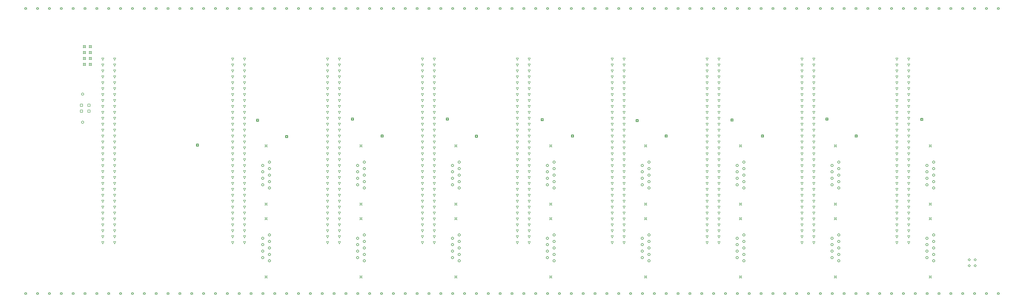
<source format=gbr>
%FSTAX23Y23*%
%MOIN*%
%SFA1B1*%

%IPPOS*%
%ADD226C,0.005000*%
%ADD227C,0.006667*%
%LNbackplane_drawing_1-1*%
%LPD*%
G54D226*
X0285Y0529D02*
Y0533D01*
X0289*
Y0529*
X0285*
Y05389D02*
Y05429D01*
X0289*
Y05389*
X0285*
X02976D02*
Y05429D01*
X03016*
Y05389*
X02976*
Y0529D02*
Y0533D01*
X03016*
Y0529*
X02976*
X1682Y06165D02*
X168Y06204D01*
X16839*
X1682Y06165*
Y06064D02*
X168Y06105D01*
X16839*
X1682Y06064*
Y05965D02*
X168Y06004D01*
X16839*
X1682Y05965*
Y05864D02*
X168Y05905D01*
X16839*
X1682Y05864*
Y05765D02*
X168Y05805D01*
X16839*
X1682Y05765*
Y05665D02*
X168Y05705D01*
X16839*
X1682Y05665*
Y05565D02*
X168Y05605D01*
X16839*
X1682Y05565*
Y05465D02*
X168Y05505D01*
X16839*
X1682Y05465*
Y05365D02*
X168Y05405D01*
X16839*
X1682Y05365*
Y05265D02*
X168Y05304D01*
X16839*
X1682Y05265*
Y05164D02*
X168Y05205D01*
X16839*
X1682Y05164*
Y05065D02*
X168Y05105D01*
X16839*
X1682Y05065*
Y04965D02*
X168Y05005D01*
X16839*
X1682Y04965*
Y04865D02*
X168Y04905D01*
X16839*
X1682Y04865*
Y04765D02*
X168Y04805D01*
X16839*
X1682Y04765*
Y04665D02*
X168Y04705D01*
X16839*
X1682Y04665*
Y04565D02*
X168Y04605D01*
X16839*
X1682Y04565*
Y04465D02*
X168Y04505D01*
X16839*
X1682Y04465*
Y04365D02*
X168Y04405D01*
X16839*
X1682Y04365*
Y04265D02*
X168Y04305D01*
X16839*
X1682Y04265*
Y04165D02*
X168Y04205D01*
X16839*
X1682Y04165*
Y04065D02*
X168Y04105D01*
X16839*
X1682Y04065*
Y03965D02*
X168Y04005D01*
X16839*
X1682Y03965*
Y03865D02*
X168Y03905D01*
X16839*
X1682Y03865*
Y03765D02*
X168Y03805D01*
X16839*
X1682Y03765*
Y03665D02*
X168Y03705D01*
X16839*
X1682Y03665*
Y03565D02*
X168Y03605D01*
X16839*
X1682Y03565*
Y03465D02*
X168Y03505D01*
X16839*
X1682Y03465*
Y03365D02*
X168Y03405D01*
X16839*
X1682Y03365*
Y03265D02*
X168Y03305D01*
X16839*
X1682Y03265*
Y03165D02*
X168Y03205D01*
X16839*
X1682Y03165*
Y03065D02*
X168Y03105D01*
X16839*
X1682Y03065*
X1662Y06165D02*
X166Y06204D01*
X1664*
X1662Y06165*
Y06064D02*
X166Y06105D01*
X1664*
X1662Y06064*
Y05965D02*
X166Y06004D01*
X1664*
X1662Y05965*
Y05864D02*
X166Y05905D01*
X1664*
X1662Y05864*
Y05765D02*
X166Y05805D01*
X1664*
X1662Y05765*
Y05665D02*
X166Y05705D01*
X1664*
X1662Y05665*
Y05565D02*
X166Y05605D01*
X1664*
X1662Y05565*
Y05465D02*
X166Y05505D01*
X1664*
X1662Y05465*
Y05365D02*
X166Y05405D01*
X1664*
X1662Y05365*
Y05265D02*
X166Y05304D01*
X1664*
X1662Y05265*
Y05164D02*
X166Y05205D01*
X1664*
X1662Y05164*
Y05065D02*
X166Y05105D01*
X1664*
X1662Y05065*
Y04965D02*
X166Y05005D01*
X1664*
X1662Y04965*
Y04865D02*
X166Y04905D01*
X1664*
X1662Y04865*
Y04765D02*
X166Y04805D01*
X1664*
X1662Y04765*
Y04665D02*
X166Y04705D01*
X1664*
X1662Y04665*
Y04565D02*
X166Y04605D01*
X1664*
X1662Y04565*
Y04465D02*
X166Y04505D01*
X1664*
X1662Y04465*
Y04365D02*
X166Y04405D01*
X1664*
X1662Y04365*
Y04265D02*
X166Y04305D01*
X1664*
X1662Y04265*
Y04165D02*
X166Y04205D01*
X1664*
X1662Y04165*
Y04065D02*
X166Y04105D01*
X1664*
X1662Y04065*
Y03965D02*
X166Y04005D01*
X1664*
X1662Y03965*
Y03865D02*
X166Y03905D01*
X1664*
X1662Y03865*
Y03765D02*
X166Y03805D01*
X1664*
X1662Y03765*
Y03665D02*
X166Y03705D01*
X1664*
X1662Y03665*
Y03565D02*
X166Y03605D01*
X1664*
X1662Y03565*
Y03465D02*
X166Y03505D01*
X1664*
X1662Y03465*
Y03365D02*
X166Y03405D01*
X1664*
X1662Y03365*
Y03265D02*
X166Y03305D01*
X1664*
X1662Y03265*
Y03165D02*
X166Y03205D01*
X1664*
X1662Y03165*
Y03065D02*
X166Y03105D01*
X1664*
X1662Y03065*
X1522Y06165D02*
X15199Y06204D01*
X1524*
X1522Y06165*
Y06064D02*
X15199Y06105D01*
X1524*
X1522Y06064*
Y05965D02*
X15199Y06004D01*
X1524*
X1522Y05965*
Y05864D02*
X15199Y05905D01*
X1524*
X1522Y05864*
Y05765D02*
X15199Y05805D01*
X1524*
X1522Y05765*
Y05665D02*
X15199Y05705D01*
X1524*
X1522Y05665*
Y05565D02*
X15199Y05605D01*
X1524*
X1522Y05565*
Y05465D02*
X15199Y05505D01*
X1524*
X1522Y05465*
Y05365D02*
X15199Y05405D01*
X1524*
X1522Y05365*
Y05265D02*
X15199Y05304D01*
X1524*
X1522Y05265*
Y05164D02*
X15199Y05205D01*
X1524*
X1522Y05164*
Y05065D02*
X15199Y05105D01*
X1524*
X1522Y05065*
Y04965D02*
X15199Y05005D01*
X1524*
X1522Y04965*
Y04865D02*
X15199Y04905D01*
X1524*
X1522Y04865*
Y04765D02*
X15199Y04805D01*
X1524*
X1522Y04765*
Y04665D02*
X15199Y04705D01*
X1524*
X1522Y04665*
Y04565D02*
X15199Y04605D01*
X1524*
X1522Y04565*
Y04465D02*
X15199Y04505D01*
X1524*
X1522Y04465*
Y04365D02*
X15199Y04405D01*
X1524*
X1522Y04365*
Y04265D02*
X15199Y04305D01*
X1524*
X1522Y04265*
Y04165D02*
X15199Y04205D01*
X1524*
X1522Y04165*
Y04065D02*
X15199Y04105D01*
X1524*
X1522Y04065*
Y03965D02*
X15199Y04005D01*
X1524*
X1522Y03965*
Y03865D02*
X15199Y03905D01*
X1524*
X1522Y03865*
Y03765D02*
X15199Y03805D01*
X1524*
X1522Y03765*
Y03665D02*
X15199Y03705D01*
X1524*
X1522Y03665*
Y03565D02*
X15199Y03605D01*
X1524*
X1522Y03565*
Y03465D02*
X15199Y03505D01*
X1524*
X1522Y03465*
Y03365D02*
X15199Y03405D01*
X1524*
X1522Y03365*
Y03265D02*
X15199Y03305D01*
X1524*
X1522Y03265*
Y03165D02*
X15199Y03205D01*
X1524*
X1522Y03165*
Y03065D02*
X15199Y03105D01*
X1524*
X1522Y03065*
X1502Y06165D02*
X15Y06204D01*
X15039*
X1502Y06165*
Y06064D02*
X15Y06105D01*
X15039*
X1502Y06064*
Y05965D02*
X15Y06004D01*
X15039*
X1502Y05965*
Y05864D02*
X15Y05905D01*
X15039*
X1502Y05864*
Y05765D02*
X15Y05805D01*
X15039*
X1502Y05765*
Y05665D02*
X15Y05705D01*
X15039*
X1502Y05665*
Y05565D02*
X15Y05605D01*
X15039*
X1502Y05565*
Y05465D02*
X15Y05505D01*
X15039*
X1502Y05465*
Y05365D02*
X15Y05405D01*
X15039*
X1502Y05365*
Y05265D02*
X15Y05304D01*
X15039*
X1502Y05265*
Y05164D02*
X15Y05205D01*
X15039*
X1502Y05164*
Y05065D02*
X15Y05105D01*
X15039*
X1502Y05065*
Y04965D02*
X15Y05005D01*
X15039*
X1502Y04965*
Y04865D02*
X15Y04905D01*
X15039*
X1502Y04865*
Y04765D02*
X15Y04805D01*
X15039*
X1502Y04765*
Y04665D02*
X15Y04705D01*
X15039*
X1502Y04665*
Y04565D02*
X15Y04605D01*
X15039*
X1502Y04565*
Y04465D02*
X15Y04505D01*
X15039*
X1502Y04465*
Y04365D02*
X15Y04405D01*
X15039*
X1502Y04365*
Y04265D02*
X15Y04305D01*
X15039*
X1502Y04265*
Y04165D02*
X15Y04205D01*
X15039*
X1502Y04165*
Y04065D02*
X15Y04105D01*
X15039*
X1502Y04065*
Y03965D02*
X15Y04005D01*
X15039*
X1502Y03965*
Y03865D02*
X15Y03905D01*
X15039*
X1502Y03865*
Y03765D02*
X15Y03805D01*
X15039*
X1502Y03765*
Y03665D02*
X15Y03705D01*
X15039*
X1502Y03665*
Y03565D02*
X15Y03605D01*
X15039*
X1502Y03565*
Y03465D02*
X15Y03505D01*
X15039*
X1502Y03465*
Y03365D02*
X15Y03405D01*
X15039*
X1502Y03365*
Y03265D02*
X15Y03305D01*
X15039*
X1502Y03265*
Y03165D02*
X15Y03205D01*
X15039*
X1502Y03165*
Y03065D02*
X15Y03105D01*
X15039*
X1502Y03065*
X1362Y06165D02*
X136Y06204D01*
X13639*
X1362Y06165*
Y06064D02*
X136Y06105D01*
X13639*
X1362Y06064*
Y05965D02*
X136Y06004D01*
X13639*
X1362Y05965*
Y05864D02*
X136Y05905D01*
X13639*
X1362Y05864*
Y05765D02*
X136Y05805D01*
X13639*
X1362Y05765*
Y05665D02*
X136Y05705D01*
X13639*
X1362Y05665*
Y05565D02*
X136Y05605D01*
X13639*
X1362Y05565*
Y05465D02*
X136Y05505D01*
X13639*
X1362Y05465*
Y05365D02*
X136Y05405D01*
X13639*
X1362Y05365*
Y05265D02*
X136Y05304D01*
X13639*
X1362Y05265*
Y05164D02*
X136Y05205D01*
X13639*
X1362Y05164*
Y05065D02*
X136Y05105D01*
X13639*
X1362Y05065*
Y04965D02*
X136Y05005D01*
X13639*
X1362Y04965*
Y04865D02*
X136Y04905D01*
X13639*
X1362Y04865*
Y04765D02*
X136Y04805D01*
X13639*
X1362Y04765*
Y04665D02*
X136Y04705D01*
X13639*
X1362Y04665*
Y04565D02*
X136Y04605D01*
X13639*
X1362Y04565*
Y04465D02*
X136Y04505D01*
X13639*
X1362Y04465*
Y04365D02*
X136Y04405D01*
X13639*
X1362Y04365*
Y04265D02*
X136Y04305D01*
X13639*
X1362Y04265*
Y04165D02*
X136Y04205D01*
X13639*
X1362Y04165*
Y04065D02*
X136Y04105D01*
X13639*
X1362Y04065*
Y03965D02*
X136Y04005D01*
X13639*
X1362Y03965*
Y03865D02*
X136Y03905D01*
X13639*
X1362Y03865*
Y03765D02*
X136Y03805D01*
X13639*
X1362Y03765*
Y03665D02*
X136Y03705D01*
X13639*
X1362Y03665*
Y03565D02*
X136Y03605D01*
X13639*
X1362Y03565*
Y03465D02*
X136Y03505D01*
X13639*
X1362Y03465*
Y03365D02*
X136Y03405D01*
X13639*
X1362Y03365*
Y03265D02*
X136Y03305D01*
X13639*
X1362Y03265*
Y03165D02*
X136Y03205D01*
X13639*
X1362Y03165*
Y03065D02*
X136Y03105D01*
X13639*
X1362Y03065*
X1342Y06165D02*
X13399Y06204D01*
X1344*
X1342Y06165*
Y06064D02*
X13399Y06105D01*
X1344*
X1342Y06064*
Y05965D02*
X13399Y06004D01*
X1344*
X1342Y05965*
Y05864D02*
X13399Y05905D01*
X1344*
X1342Y05864*
Y05765D02*
X13399Y05805D01*
X1344*
X1342Y05765*
Y05665D02*
X13399Y05705D01*
X1344*
X1342Y05665*
Y05565D02*
X13399Y05605D01*
X1344*
X1342Y05565*
Y05465D02*
X13399Y05505D01*
X1344*
X1342Y05465*
Y05365D02*
X13399Y05405D01*
X1344*
X1342Y05365*
Y05265D02*
X13399Y05304D01*
X1344*
X1342Y05265*
Y05164D02*
X13399Y05205D01*
X1344*
X1342Y05164*
Y05065D02*
X13399Y05105D01*
X1344*
X1342Y05065*
Y04965D02*
X13399Y05005D01*
X1344*
X1342Y04965*
Y04865D02*
X13399Y04905D01*
X1344*
X1342Y04865*
Y04765D02*
X13399Y04805D01*
X1344*
X1342Y04765*
Y04665D02*
X13399Y04705D01*
X1344*
X1342Y04665*
Y04565D02*
X13399Y04605D01*
X1344*
X1342Y04565*
Y04465D02*
X13399Y04505D01*
X1344*
X1342Y04465*
Y04365D02*
X13399Y04405D01*
X1344*
X1342Y04365*
Y04265D02*
X13399Y04305D01*
X1344*
X1342Y04265*
Y04165D02*
X13399Y04205D01*
X1344*
X1342Y04165*
Y04065D02*
X13399Y04105D01*
X1344*
X1342Y04065*
Y03965D02*
X13399Y04005D01*
X1344*
X1342Y03965*
Y03865D02*
X13399Y03905D01*
X1344*
X1342Y03865*
Y03765D02*
X13399Y03805D01*
X1344*
X1342Y03765*
Y03665D02*
X13399Y03705D01*
X1344*
X1342Y03665*
Y03565D02*
X13399Y03605D01*
X1344*
X1342Y03565*
Y03465D02*
X13399Y03505D01*
X1344*
X1342Y03465*
Y03365D02*
X13399Y03405D01*
X1344*
X1342Y03365*
Y03265D02*
X13399Y03305D01*
X1344*
X1342Y03265*
Y03165D02*
X13399Y03205D01*
X1344*
X1342Y03165*
Y03065D02*
X13399Y03105D01*
X1344*
X1342Y03065*
X1202Y06165D02*
X11999Y06204D01*
X1204*
X1202Y06165*
Y06064D02*
X11999Y06105D01*
X1204*
X1202Y06064*
Y05965D02*
X11999Y06004D01*
X1204*
X1202Y05965*
Y05864D02*
X11999Y05905D01*
X1204*
X1202Y05864*
Y05765D02*
X11999Y05805D01*
X1204*
X1202Y05765*
Y05665D02*
X11999Y05705D01*
X1204*
X1202Y05665*
Y05565D02*
X11999Y05605D01*
X1204*
X1202Y05565*
Y05465D02*
X11999Y05505D01*
X1204*
X1202Y05465*
Y05365D02*
X11999Y05405D01*
X1204*
X1202Y05365*
Y05265D02*
X11999Y05304D01*
X1204*
X1202Y05265*
Y05164D02*
X11999Y05205D01*
X1204*
X1202Y05164*
Y05065D02*
X11999Y05105D01*
X1204*
X1202Y05065*
Y04965D02*
X11999Y05005D01*
X1204*
X1202Y04965*
Y04865D02*
X11999Y04905D01*
X1204*
X1202Y04865*
Y04765D02*
X11999Y04805D01*
X1204*
X1202Y04765*
Y04665D02*
X11999Y04705D01*
X1204*
X1202Y04665*
Y04565D02*
X11999Y04605D01*
X1204*
X1202Y04565*
Y04465D02*
X11999Y04505D01*
X1204*
X1202Y04465*
Y04365D02*
X11999Y04405D01*
X1204*
X1202Y04365*
Y04265D02*
X11999Y04305D01*
X1204*
X1202Y04265*
Y04165D02*
X11999Y04205D01*
X1204*
X1202Y04165*
Y04065D02*
X11999Y04105D01*
X1204*
X1202Y04065*
Y03965D02*
X11999Y04005D01*
X1204*
X1202Y03965*
Y03865D02*
X11999Y03905D01*
X1204*
X1202Y03865*
Y03765D02*
X11999Y03805D01*
X1204*
X1202Y03765*
Y03665D02*
X11999Y03705D01*
X1204*
X1202Y03665*
Y03565D02*
X11999Y03605D01*
X1204*
X1202Y03565*
Y03465D02*
X11999Y03505D01*
X1204*
X1202Y03465*
Y03365D02*
X11999Y03405D01*
X1204*
X1202Y03365*
Y03265D02*
X11999Y03305D01*
X1204*
X1202Y03265*
Y03165D02*
X11999Y03205D01*
X1204*
X1202Y03165*
Y03065D02*
X11999Y03105D01*
X1204*
X1202Y03065*
X1182Y06165D02*
X118Y06204D01*
X11839*
X1182Y06165*
Y06064D02*
X118Y06105D01*
X11839*
X1182Y06064*
Y05965D02*
X118Y06004D01*
X11839*
X1182Y05965*
Y05864D02*
X118Y05905D01*
X11839*
X1182Y05864*
Y05765D02*
X118Y05805D01*
X11839*
X1182Y05765*
Y05665D02*
X118Y05705D01*
X11839*
X1182Y05665*
Y05565D02*
X118Y05605D01*
X11839*
X1182Y05565*
Y05465D02*
X118Y05505D01*
X11839*
X1182Y05465*
Y05365D02*
X118Y05405D01*
X11839*
X1182Y05365*
Y05265D02*
X118Y05304D01*
X11839*
X1182Y05265*
Y05164D02*
X118Y05205D01*
X11839*
X1182Y05164*
Y05065D02*
X118Y05105D01*
X11839*
X1182Y05065*
Y04965D02*
X118Y05005D01*
X11839*
X1182Y04965*
Y04865D02*
X118Y04905D01*
X11839*
X1182Y04865*
Y04765D02*
X118Y04805D01*
X11839*
X1182Y04765*
Y04665D02*
X118Y04705D01*
X11839*
X1182Y04665*
Y04565D02*
X118Y04605D01*
X11839*
X1182Y04565*
Y04465D02*
X118Y04505D01*
X11839*
X1182Y04465*
Y04365D02*
X118Y04405D01*
X11839*
X1182Y04365*
Y04265D02*
X118Y04305D01*
X11839*
X1182Y04265*
Y04165D02*
X118Y04205D01*
X11839*
X1182Y04165*
Y04065D02*
X118Y04105D01*
X11839*
X1182Y04065*
Y03965D02*
X118Y04005D01*
X11839*
X1182Y03965*
Y03865D02*
X118Y03905D01*
X11839*
X1182Y03865*
Y03765D02*
X118Y03805D01*
X11839*
X1182Y03765*
Y03665D02*
X118Y03705D01*
X11839*
X1182Y03665*
Y03565D02*
X118Y03605D01*
X11839*
X1182Y03565*
Y03465D02*
X118Y03505D01*
X11839*
X1182Y03465*
Y03365D02*
X118Y03405D01*
X11839*
X1182Y03365*
Y03265D02*
X118Y03305D01*
X11839*
X1182Y03265*
Y03165D02*
X118Y03205D01*
X11839*
X1182Y03165*
Y03065D02*
X118Y03105D01*
X11839*
X1182Y03065*
X1042Y06165D02*
X104Y06204D01*
X10439*
X1042Y06165*
Y06064D02*
X104Y06105D01*
X10439*
X1042Y06064*
Y05965D02*
X104Y06004D01*
X10439*
X1042Y05965*
Y05864D02*
X104Y05905D01*
X10439*
X1042Y05864*
Y05765D02*
X104Y05805D01*
X10439*
X1042Y05765*
Y05665D02*
X104Y05705D01*
X10439*
X1042Y05665*
Y05565D02*
X104Y05605D01*
X10439*
X1042Y05565*
Y05465D02*
X104Y05505D01*
X10439*
X1042Y05465*
Y05365D02*
X104Y05405D01*
X10439*
X1042Y05365*
Y05265D02*
X104Y05304D01*
X10439*
X1042Y05265*
Y05164D02*
X104Y05205D01*
X10439*
X1042Y05164*
Y05065D02*
X104Y05105D01*
X10439*
X1042Y05065*
Y04965D02*
X104Y05005D01*
X10439*
X1042Y04965*
Y04865D02*
X104Y04905D01*
X10439*
X1042Y04865*
Y04765D02*
X104Y04805D01*
X10439*
X1042Y04765*
Y04665D02*
X104Y04705D01*
X10439*
X1042Y04665*
Y04565D02*
X104Y04605D01*
X10439*
X1042Y04565*
Y04465D02*
X104Y04505D01*
X10439*
X1042Y04465*
Y04365D02*
X104Y04405D01*
X10439*
X1042Y04365*
Y04265D02*
X104Y04305D01*
X10439*
X1042Y04265*
Y04165D02*
X104Y04205D01*
X10439*
X1042Y04165*
Y04065D02*
X104Y04105D01*
X10439*
X1042Y04065*
Y03965D02*
X104Y04005D01*
X10439*
X1042Y03965*
Y03865D02*
X104Y03905D01*
X10439*
X1042Y03865*
Y03765D02*
X104Y03805D01*
X10439*
X1042Y03765*
Y03665D02*
X104Y03705D01*
X10439*
X1042Y03665*
Y03565D02*
X104Y03605D01*
X10439*
X1042Y03565*
Y03465D02*
X104Y03505D01*
X10439*
X1042Y03465*
Y03365D02*
X104Y03405D01*
X10439*
X1042Y03365*
Y03265D02*
X104Y03305D01*
X10439*
X1042Y03265*
Y03165D02*
X104Y03205D01*
X10439*
X1042Y03165*
Y03065D02*
X104Y03105D01*
X10439*
X1042Y03065*
X1022Y06165D02*
X10199Y06204D01*
X1024*
X1022Y06165*
Y06064D02*
X10199Y06105D01*
X1024*
X1022Y06064*
Y05965D02*
X10199Y06004D01*
X1024*
X1022Y05965*
Y05864D02*
X10199Y05905D01*
X1024*
X1022Y05864*
Y05765D02*
X10199Y05805D01*
X1024*
X1022Y05765*
Y05665D02*
X10199Y05705D01*
X1024*
X1022Y05665*
Y05565D02*
X10199Y05605D01*
X1024*
X1022Y05565*
Y05465D02*
X10199Y05505D01*
X1024*
X1022Y05465*
Y05365D02*
X10199Y05405D01*
X1024*
X1022Y05365*
Y05265D02*
X10199Y05304D01*
X1024*
X1022Y05265*
Y05164D02*
X10199Y05205D01*
X1024*
X1022Y05164*
Y05065D02*
X10199Y05105D01*
X1024*
X1022Y05065*
Y04965D02*
X10199Y05005D01*
X1024*
X1022Y04965*
Y04865D02*
X10199Y04905D01*
X1024*
X1022Y04865*
Y04765D02*
X10199Y04805D01*
X1024*
X1022Y04765*
Y04665D02*
X10199Y04705D01*
X1024*
X1022Y04665*
Y04565D02*
X10199Y04605D01*
X1024*
X1022Y04565*
Y04465D02*
X10199Y04505D01*
X1024*
X1022Y04465*
Y04365D02*
X10199Y04405D01*
X1024*
X1022Y04365*
Y04265D02*
X10199Y04305D01*
X1024*
X1022Y04265*
Y04165D02*
X10199Y04205D01*
X1024*
X1022Y04165*
Y04065D02*
X10199Y04105D01*
X1024*
X1022Y04065*
Y03965D02*
X10199Y04005D01*
X1024*
X1022Y03965*
Y03865D02*
X10199Y03905D01*
X1024*
X1022Y03865*
Y03765D02*
X10199Y03805D01*
X1024*
X1022Y03765*
Y03665D02*
X10199Y03705D01*
X1024*
X1022Y03665*
Y03565D02*
X10199Y03605D01*
X1024*
X1022Y03565*
Y03465D02*
X10199Y03505D01*
X1024*
X1022Y03465*
Y03365D02*
X10199Y03405D01*
X1024*
X1022Y03365*
Y03265D02*
X10199Y03305D01*
X1024*
X1022Y03265*
Y03165D02*
X10199Y03205D01*
X1024*
X1022Y03165*
Y03065D02*
X10199Y03105D01*
X1024*
X1022Y03065*
X0882Y06165D02*
X088Y06204D01*
X0884*
X0882Y06165*
Y06064D02*
X088Y06105D01*
X0884*
X0882Y06064*
Y05965D02*
X088Y06004D01*
X0884*
X0882Y05965*
Y05864D02*
X088Y05905D01*
X0884*
X0882Y05864*
Y05765D02*
X088Y05805D01*
X0884*
X0882Y05765*
Y05665D02*
X088Y05705D01*
X0884*
X0882Y05665*
Y05565D02*
X088Y05605D01*
X0884*
X0882Y05565*
Y05465D02*
X088Y05505D01*
X0884*
X0882Y05465*
Y05365D02*
X088Y05405D01*
X0884*
X0882Y05365*
Y05265D02*
X088Y05304D01*
X0884*
X0882Y05265*
Y05164D02*
X088Y05205D01*
X0884*
X0882Y05164*
Y05065D02*
X088Y05105D01*
X0884*
X0882Y05065*
Y04965D02*
X088Y05005D01*
X0884*
X0882Y04965*
Y04865D02*
X088Y04905D01*
X0884*
X0882Y04865*
Y04765D02*
X088Y04805D01*
X0884*
X0882Y04765*
Y04665D02*
X088Y04705D01*
X0884*
X0882Y04665*
Y04565D02*
X088Y04605D01*
X0884*
X0882Y04565*
Y04465D02*
X088Y04505D01*
X0884*
X0882Y04465*
Y04365D02*
X088Y04405D01*
X0884*
X0882Y04365*
Y04265D02*
X088Y04305D01*
X0884*
X0882Y04265*
Y04165D02*
X088Y04205D01*
X0884*
X0882Y04165*
Y04065D02*
X088Y04105D01*
X0884*
X0882Y04065*
Y03965D02*
X088Y04005D01*
X0884*
X0882Y03965*
Y03865D02*
X088Y03905D01*
X0884*
X0882Y03865*
Y03765D02*
X088Y03805D01*
X0884*
X0882Y03765*
Y03665D02*
X088Y03705D01*
X0884*
X0882Y03665*
Y03565D02*
X088Y03605D01*
X0884*
X0882Y03565*
Y03465D02*
X088Y03505D01*
X0884*
X0882Y03465*
Y03365D02*
X088Y03405D01*
X0884*
X0882Y03365*
Y03265D02*
X088Y03305D01*
X0884*
X0882Y03265*
Y03165D02*
X088Y03205D01*
X0884*
X0882Y03165*
Y03065D02*
X088Y03105D01*
X0884*
X0882Y03065*
X0862Y06165D02*
X086Y06204D01*
X08639*
X0862Y06165*
Y06064D02*
X086Y06105D01*
X08639*
X0862Y06064*
Y05965D02*
X086Y06004D01*
X08639*
X0862Y05965*
Y05864D02*
X086Y05905D01*
X08639*
X0862Y05864*
Y05765D02*
X086Y05805D01*
X08639*
X0862Y05765*
Y05665D02*
X086Y05705D01*
X08639*
X0862Y05665*
Y05565D02*
X086Y05605D01*
X08639*
X0862Y05565*
Y05465D02*
X086Y05505D01*
X08639*
X0862Y05465*
Y05365D02*
X086Y05405D01*
X08639*
X0862Y05365*
Y05265D02*
X086Y05304D01*
X08639*
X0862Y05265*
Y05164D02*
X086Y05205D01*
X08639*
X0862Y05164*
Y05065D02*
X086Y05105D01*
X08639*
X0862Y05065*
Y04965D02*
X086Y05005D01*
X08639*
X0862Y04965*
Y04865D02*
X086Y04905D01*
X08639*
X0862Y04865*
Y04765D02*
X086Y04805D01*
X08639*
X0862Y04765*
Y04665D02*
X086Y04705D01*
X08639*
X0862Y04665*
Y04565D02*
X086Y04605D01*
X08639*
X0862Y04565*
Y04465D02*
X086Y04505D01*
X08639*
X0862Y04465*
Y04365D02*
X086Y04405D01*
X08639*
X0862Y04365*
Y04265D02*
X086Y04305D01*
X08639*
X0862Y04265*
Y04165D02*
X086Y04205D01*
X08639*
X0862Y04165*
Y04065D02*
X086Y04105D01*
X08639*
X0862Y04065*
Y03965D02*
X086Y04005D01*
X08639*
X0862Y03965*
Y03865D02*
X086Y03905D01*
X08639*
X0862Y03865*
Y03765D02*
X086Y03805D01*
X08639*
X0862Y03765*
Y03665D02*
X086Y03705D01*
X08639*
X0862Y03665*
Y03565D02*
X086Y03605D01*
X08639*
X0862Y03565*
Y03465D02*
X086Y03505D01*
X08639*
X0862Y03465*
Y03365D02*
X086Y03405D01*
X08639*
X0862Y03365*
Y03265D02*
X086Y03305D01*
X08639*
X0862Y03265*
Y03165D02*
X086Y03205D01*
X08639*
X0862Y03165*
Y03065D02*
X086Y03105D01*
X08639*
X0862Y03065*
X0722Y06165D02*
X072Y06204D01*
X0724*
X0722Y06165*
Y06064D02*
X072Y06105D01*
X0724*
X0722Y06064*
Y05965D02*
X072Y06004D01*
X0724*
X0722Y05965*
Y05864D02*
X072Y05905D01*
X0724*
X0722Y05864*
Y05765D02*
X072Y05805D01*
X0724*
X0722Y05765*
Y05665D02*
X072Y05705D01*
X0724*
X0722Y05665*
Y05565D02*
X072Y05605D01*
X0724*
X0722Y05565*
Y05465D02*
X072Y05505D01*
X0724*
X0722Y05465*
Y05365D02*
X072Y05405D01*
X0724*
X0722Y05365*
Y05265D02*
X072Y05304D01*
X0724*
X0722Y05265*
Y05164D02*
X072Y05205D01*
X0724*
X0722Y05164*
Y05065D02*
X072Y05105D01*
X0724*
X0722Y05065*
Y04965D02*
X072Y05005D01*
X0724*
X0722Y04965*
Y04865D02*
X072Y04905D01*
X0724*
X0722Y04865*
Y04765D02*
X072Y04805D01*
X0724*
X0722Y04765*
Y04665D02*
X072Y04705D01*
X0724*
X0722Y04665*
Y04565D02*
X072Y04605D01*
X0724*
X0722Y04565*
Y04465D02*
X072Y04505D01*
X0724*
X0722Y04465*
Y04365D02*
X072Y04405D01*
X0724*
X0722Y04365*
Y04265D02*
X072Y04305D01*
X0724*
X0722Y04265*
Y04165D02*
X072Y04205D01*
X0724*
X0722Y04165*
Y04065D02*
X072Y04105D01*
X0724*
X0722Y04065*
Y03965D02*
X072Y04005D01*
X0724*
X0722Y03965*
Y03865D02*
X072Y03905D01*
X0724*
X0722Y03865*
Y03765D02*
X072Y03805D01*
X0724*
X0722Y03765*
Y03665D02*
X072Y03705D01*
X0724*
X0722Y03665*
Y03565D02*
X072Y03605D01*
X0724*
X0722Y03565*
Y03465D02*
X072Y03505D01*
X0724*
X0722Y03465*
Y03365D02*
X072Y03405D01*
X0724*
X0722Y03365*
Y03265D02*
X072Y03305D01*
X0724*
X0722Y03265*
Y03165D02*
X072Y03205D01*
X0724*
X0722Y03165*
Y03065D02*
X072Y03105D01*
X0724*
X0722Y03065*
X0702Y06165D02*
X07Y06204D01*
X07039*
X0702Y06165*
Y06064D02*
X07Y06105D01*
X07039*
X0702Y06064*
Y05965D02*
X07Y06004D01*
X07039*
X0702Y05965*
Y05864D02*
X07Y05905D01*
X07039*
X0702Y05864*
Y05765D02*
X07Y05805D01*
X07039*
X0702Y05765*
Y05665D02*
X07Y05705D01*
X07039*
X0702Y05665*
Y05565D02*
X07Y05605D01*
X07039*
X0702Y05565*
Y05465D02*
X07Y05505D01*
X07039*
X0702Y05465*
Y05365D02*
X07Y05405D01*
X07039*
X0702Y05365*
Y05265D02*
X07Y05304D01*
X07039*
X0702Y05265*
Y05164D02*
X07Y05205D01*
X07039*
X0702Y05164*
Y05065D02*
X07Y05105D01*
X07039*
X0702Y05065*
Y04965D02*
X07Y05005D01*
X07039*
X0702Y04965*
Y04865D02*
X07Y04905D01*
X07039*
X0702Y04865*
Y04765D02*
X07Y04805D01*
X07039*
X0702Y04765*
Y04665D02*
X07Y04705D01*
X07039*
X0702Y04665*
Y04565D02*
X07Y04605D01*
X07039*
X0702Y04565*
Y04465D02*
X07Y04505D01*
X07039*
X0702Y04465*
Y04365D02*
X07Y04405D01*
X07039*
X0702Y04365*
Y04265D02*
X07Y04305D01*
X07039*
X0702Y04265*
Y04165D02*
X07Y04205D01*
X07039*
X0702Y04165*
Y04065D02*
X07Y04105D01*
X07039*
X0702Y04065*
Y03965D02*
X07Y04005D01*
X07039*
X0702Y03965*
Y03865D02*
X07Y03905D01*
X07039*
X0702Y03865*
Y03765D02*
X07Y03805D01*
X07039*
X0702Y03765*
Y03665D02*
X07Y03705D01*
X07039*
X0702Y03665*
Y03565D02*
X07Y03605D01*
X07039*
X0702Y03565*
Y03465D02*
X07Y03505D01*
X07039*
X0702Y03465*
Y03365D02*
X07Y03405D01*
X07039*
X0702Y03365*
Y03265D02*
X07Y03305D01*
X07039*
X0702Y03265*
Y03165D02*
X07Y03205D01*
X07039*
X0702Y03165*
Y03065D02*
X07Y03105D01*
X07039*
X0702Y03065*
X0343Y06165D02*
X0341Y06204D01*
X0345*
X0343Y06165*
Y06064D02*
X0341Y06105D01*
X0345*
X0343Y06064*
Y05965D02*
X0341Y06004D01*
X0345*
X0343Y05965*
Y05864D02*
X0341Y05905D01*
X0345*
X0343Y05864*
Y05765D02*
X0341Y05805D01*
X0345*
X0343Y05765*
Y05665D02*
X0341Y05705D01*
X0345*
X0343Y05665*
Y05565D02*
X0341Y05605D01*
X0345*
X0343Y05565*
Y05465D02*
X0341Y05505D01*
X0345*
X0343Y05465*
Y05365D02*
X0341Y05405D01*
X0345*
X0343Y05365*
Y05265D02*
X0341Y05304D01*
X0345*
X0343Y05265*
Y05164D02*
X0341Y05205D01*
X0345*
X0343Y05164*
Y05065D02*
X0341Y05105D01*
X0345*
X0343Y05065*
Y04965D02*
X0341Y05005D01*
X0345*
X0343Y04965*
Y04865D02*
X0341Y04905D01*
X0345*
X0343Y04865*
Y04765D02*
X0341Y04805D01*
X0345*
X0343Y04765*
Y04665D02*
X0341Y04705D01*
X0345*
X0343Y04665*
Y04565D02*
X0341Y04605D01*
X0345*
X0343Y04565*
Y04465D02*
X0341Y04505D01*
X0345*
X0343Y04465*
Y04365D02*
X0341Y04405D01*
X0345*
X0343Y04365*
Y04265D02*
X0341Y04305D01*
X0345*
X0343Y04265*
Y04165D02*
X0341Y04205D01*
X0345*
X0343Y04165*
Y04065D02*
X0341Y04105D01*
X0345*
X0343Y04065*
Y03965D02*
X0341Y04005D01*
X0345*
X0343Y03965*
Y03865D02*
X0341Y03905D01*
X0345*
X0343Y03865*
Y03765D02*
X0341Y03805D01*
X0345*
X0343Y03765*
Y03665D02*
X0341Y03705D01*
X0345*
X0343Y03665*
Y03565D02*
X0341Y03605D01*
X0345*
X0343Y03565*
Y03465D02*
X0341Y03505D01*
X0345*
X0343Y03465*
Y03365D02*
X0341Y03405D01*
X0345*
X0343Y03365*
Y03265D02*
X0341Y03305D01*
X0345*
X0343Y03265*
Y03165D02*
X0341Y03205D01*
X0345*
X0343Y03165*
Y03065D02*
X0341Y03105D01*
X0345*
X0343Y03065*
X0323Y06165D02*
X0321Y06204D01*
X0325*
X0323Y06165*
Y06064D02*
X0321Y06105D01*
X0325*
X0323Y06064*
Y05965D02*
X0321Y06004D01*
X0325*
X0323Y05965*
Y05864D02*
X0321Y05905D01*
X0325*
X0323Y05864*
Y05765D02*
X0321Y05805D01*
X0325*
X0323Y05765*
Y05665D02*
X0321Y05705D01*
X0325*
X0323Y05665*
Y05565D02*
X0321Y05605D01*
X0325*
X0323Y05565*
Y05465D02*
X0321Y05505D01*
X0325*
X0323Y05465*
Y05365D02*
X0321Y05405D01*
X0325*
X0323Y05365*
Y05265D02*
X0321Y05304D01*
X0325*
X0323Y05265*
Y05164D02*
X0321Y05205D01*
X0325*
X0323Y05164*
Y05065D02*
X0321Y05105D01*
X0325*
X0323Y05065*
Y04965D02*
X0321Y05005D01*
X0325*
X0323Y04965*
Y04865D02*
X0321Y04905D01*
X0325*
X0323Y04865*
Y04765D02*
X0321Y04805D01*
X0325*
X0323Y04765*
Y04665D02*
X0321Y04705D01*
X0325*
X0323Y04665*
Y04565D02*
X0321Y04605D01*
X0325*
X0323Y04565*
Y04465D02*
X0321Y04505D01*
X0325*
X0323Y04465*
Y04365D02*
X0321Y04405D01*
X0325*
X0323Y04365*
Y04265D02*
X0321Y04305D01*
X0325*
X0323Y04265*
Y04165D02*
X0321Y04205D01*
X0325*
X0323Y04165*
Y04065D02*
X0321Y04105D01*
X0325*
X0323Y04065*
Y03965D02*
X0321Y04005D01*
X0325*
X0323Y03965*
Y03865D02*
X0321Y03905D01*
X0325*
X0323Y03865*
Y03765D02*
X0321Y03805D01*
X0325*
X0323Y03765*
Y03665D02*
X0321Y03705D01*
X0325*
X0323Y03665*
Y03565D02*
X0321Y03605D01*
X0325*
X0323Y03565*
Y03465D02*
X0321Y03505D01*
X0325*
X0323Y03465*
Y03365D02*
X0321Y03405D01*
X0325*
X0323Y03365*
Y03265D02*
X0321Y03305D01*
X0325*
X0323Y03265*
Y03165D02*
X0321Y03205D01*
X0325*
X0323Y03165*
Y03065D02*
X0321Y03105D01*
X0325*
X0323Y03065*
X0562Y06165D02*
X056Y06204D01*
X0564*
X0562Y06165*
Y06064D02*
X056Y06105D01*
X0564*
X0562Y06064*
Y05965D02*
X056Y06004D01*
X0564*
X0562Y05965*
Y05864D02*
X056Y05905D01*
X0564*
X0562Y05864*
Y05765D02*
X056Y05805D01*
X0564*
X0562Y05765*
Y05665D02*
X056Y05705D01*
X0564*
X0562Y05665*
Y05565D02*
X056Y05605D01*
X0564*
X0562Y05565*
Y05465D02*
X056Y05505D01*
X0564*
X0562Y05465*
Y05365D02*
X056Y05405D01*
X0564*
X0562Y05365*
Y05265D02*
X056Y05304D01*
X0564*
X0562Y05265*
Y05164D02*
X056Y05205D01*
X0564*
X0562Y05164*
Y05065D02*
X056Y05105D01*
X0564*
X0562Y05065*
Y04965D02*
X056Y05005D01*
X0564*
X0562Y04965*
Y04865D02*
X056Y04905D01*
X0564*
X0562Y04865*
Y04765D02*
X056Y04805D01*
X0564*
X0562Y04765*
Y04665D02*
X056Y04705D01*
X0564*
X0562Y04665*
Y04565D02*
X056Y04605D01*
X0564*
X0562Y04565*
Y04465D02*
X056Y04505D01*
X0564*
X0562Y04465*
Y04365D02*
X056Y04405D01*
X0564*
X0562Y04365*
Y04265D02*
X056Y04305D01*
X0564*
X0562Y04265*
Y04165D02*
X056Y04205D01*
X0564*
X0562Y04165*
Y04065D02*
X056Y04105D01*
X0564*
X0562Y04065*
Y03965D02*
X056Y04005D01*
X0564*
X0562Y03965*
Y03865D02*
X056Y03905D01*
X0564*
X0562Y03865*
Y03765D02*
X056Y03805D01*
X0564*
X0562Y03765*
Y03665D02*
X056Y03705D01*
X0564*
X0562Y03665*
Y03565D02*
X056Y03605D01*
X0564*
X0562Y03565*
Y03465D02*
X056Y03505D01*
X0564*
X0562Y03465*
Y03365D02*
X056Y03405D01*
X0564*
X0562Y03365*
Y03265D02*
X056Y03305D01*
X0564*
X0562Y03265*
Y03165D02*
X056Y03205D01*
X0564*
X0562Y03165*
Y03065D02*
X056Y03105D01*
X0564*
X0562Y03065*
X0542Y06165D02*
X054Y06204D01*
X05439*
X0542Y06165*
Y06064D02*
X054Y06105D01*
X05439*
X0542Y06064*
Y05965D02*
X054Y06004D01*
X05439*
X0542Y05965*
Y05864D02*
X054Y05905D01*
X05439*
X0542Y05864*
Y05765D02*
X054Y05805D01*
X05439*
X0542Y05765*
Y05665D02*
X054Y05705D01*
X05439*
X0542Y05665*
Y05565D02*
X054Y05605D01*
X05439*
X0542Y05565*
Y05465D02*
X054Y05505D01*
X05439*
X0542Y05465*
Y05365D02*
X054Y05405D01*
X05439*
X0542Y05365*
Y05265D02*
X054Y05304D01*
X05439*
X0542Y05265*
Y05164D02*
X054Y05205D01*
X05439*
X0542Y05164*
Y05065D02*
X054Y05105D01*
X05439*
X0542Y05065*
Y04965D02*
X054Y05005D01*
X05439*
X0542Y04965*
Y04865D02*
X054Y04905D01*
X05439*
X0542Y04865*
Y04765D02*
X054Y04805D01*
X05439*
X0542Y04765*
Y04665D02*
X054Y04705D01*
X05439*
X0542Y04665*
Y04565D02*
X054Y04605D01*
X05439*
X0542Y04565*
Y04465D02*
X054Y04505D01*
X05439*
X0542Y04465*
Y04365D02*
X054Y04405D01*
X05439*
X0542Y04365*
Y04265D02*
X054Y04305D01*
X05439*
X0542Y04265*
Y04165D02*
X054Y04205D01*
X05439*
X0542Y04165*
Y04065D02*
X054Y04105D01*
X05439*
X0542Y04065*
Y03965D02*
X054Y04005D01*
X05439*
X0542Y03965*
Y03865D02*
X054Y03905D01*
X05439*
X0542Y03865*
Y03765D02*
X054Y03805D01*
X05439*
X0542Y03765*
Y03665D02*
X054Y03705D01*
X05439*
X0542Y03665*
Y03565D02*
X054Y03605D01*
X05439*
X0542Y03565*
Y03465D02*
X054Y03505D01*
X05439*
X0542Y03465*
Y03365D02*
X054Y03405D01*
X05439*
X0542Y03365*
Y03265D02*
X054Y03305D01*
X05439*
X0542Y03265*
Y03165D02*
X054Y03205D01*
X05439*
X0542Y03165*
Y03065D02*
X054Y03105D01*
X05439*
X0542Y03065*
X0533Y02209D02*
X0534Y02219D01*
X0535*
X0534Y02229*
X0535Y02239*
X0534*
X0533Y02249*
X0532Y02239*
X05309*
X0532Y02229*
X05309Y02219*
X0532*
X0533Y02209*
X0553D02*
X0554Y02219D01*
X0555*
X0554Y02229*
X0555Y02239*
X0554*
X0553Y02249*
X05519Y02239*
X05509*
X05519Y02229*
X05509Y02219*
X05519*
X0553Y02209*
X0513D02*
X0514Y02219D01*
X0515*
X0514Y02229*
X0515Y02239*
X0514*
X0513Y02249*
X0512Y02239*
X0511*
X0512Y02229*
X0511Y02219*
X0512*
X0513Y02209*
X0453D02*
X0454Y02219D01*
X0455*
X0454Y02229*
X0455Y02239*
X0454*
X0453Y02249*
X0452Y02239*
X0451*
X0452Y02229*
X0451Y02219*
X0452*
X0453Y02209*
X0493D02*
X0494Y02219D01*
X0495*
X0494Y02229*
X0495Y02239*
X0494*
X0493Y02249*
X0492Y02239*
X0491*
X0492Y02229*
X0491Y02219*
X0492*
X0493Y02209*
X0473D02*
X0474Y02219D01*
X0475*
X0474Y02229*
X0475Y02239*
X0474*
X0473Y02249*
X0472Y02239*
X0471*
X0472Y02229*
X0471Y02219*
X0472*
X0473Y02209*
X0393D02*
X0394Y02219D01*
X0395*
X0394Y02229*
X0395Y02239*
X0394*
X0393Y02249*
X0392Y02239*
X0391*
X0392Y02229*
X0391Y02219*
X0392*
X0393Y02209*
X0433D02*
X0434Y02219D01*
X0435*
X0434Y02229*
X0435Y02239*
X0434*
X0433Y02249*
X0432Y02239*
X0431*
X0432Y02229*
X0431Y02219*
X0432*
X0433Y02209*
X0413D02*
X0414Y02219D01*
X0415*
X0414Y02229*
X0415Y02239*
X0414*
X0413Y02249*
X0412Y02239*
X0411*
X0412Y02229*
X0411Y02219*
X0412*
X0413Y02209*
X0233D02*
X0234Y02219D01*
X0235*
X0234Y02229*
X0235Y02239*
X0234*
X0233Y02249*
X0232Y02239*
X0231*
X0232Y02229*
X0231Y02219*
X0232*
X0233Y02209*
X0253D02*
X0254Y02219D01*
X0255*
X0254Y02229*
X0255Y02239*
X0254*
X0253Y02249*
X0252Y02239*
X0251*
X0252Y02229*
X0251Y02219*
X0252*
X0253Y02209*
X0213D02*
X0214Y02219D01*
X0215*
X0214Y02229*
X0215Y02239*
X0214*
X0213Y02249*
X0212Y02239*
X0211*
X0212Y02229*
X0211Y02219*
X0212*
X0213Y02209*
X0293D02*
X0294Y02219D01*
X0295*
X0294Y02229*
X0295Y02239*
X0294*
X0293Y02249*
X0292Y02239*
X0291*
X0292Y02229*
X0291Y02219*
X0292*
X0293Y02209*
X0313D02*
X0314Y02219D01*
X0315*
X0314Y02229*
X0315Y02239*
X0314*
X0313Y02249*
X0312Y02239*
X0311*
X0312Y02229*
X0311Y02219*
X0312*
X0313Y02209*
X0273D02*
X0274Y02219D01*
X0275*
X0274Y02229*
X0275Y02239*
X0274*
X0273Y02249*
X0272Y02239*
X0271*
X0272Y02229*
X0271Y02219*
X0272*
X0273Y02209*
X0333D02*
X0334Y02219D01*
X0335*
X0334Y02229*
X0335Y02239*
X0334*
X0333Y02249*
X0332Y02239*
X0331*
X0332Y02229*
X0331Y02219*
X0332*
X0333Y02209*
X0373D02*
X0374Y02219D01*
X0375*
X0374Y02229*
X0375Y02239*
X0374*
X0373Y02249*
X0372Y02239*
X0371*
X0372Y02229*
X0371Y02219*
X0372*
X0373Y02209*
X0353D02*
X0354Y02219D01*
X0355*
X0354Y02229*
X0355Y02239*
X0354*
X0353Y02249*
X0352Y02239*
X0351*
X0352Y02229*
X0351Y02219*
X0352*
X0353Y02209*
X0193D02*
X0194Y02219D01*
X0195*
X0194Y02229*
X0195Y02239*
X0194*
X0193Y02249*
X0192Y02239*
X0191*
X0192Y02229*
X0191Y02219*
X0192*
X0193Y02209*
X0553Y07021D02*
X0554Y07031D01*
X0555*
X0554Y07041*
X0555Y07051*
X0554*
X0553Y07061*
X05519Y07051*
X05509*
X05519Y07041*
X05509Y07031*
X05519*
X0553Y07021*
X0533D02*
X0534Y07031D01*
X0535*
X0534Y07041*
X0535Y07051*
X0534*
X0533Y07061*
X0532Y07051*
X05309*
X0532Y07041*
X05309Y07031*
X0532*
X0533Y07021*
X0493D02*
X0494Y07031D01*
X0495*
X0494Y07041*
X0495Y07051*
X0494*
X0493Y07061*
X0492Y07051*
X0491*
X0492Y07041*
X0491Y07031*
X0492*
X0493Y07021*
X0513D02*
X0514Y07031D01*
X0515*
X0514Y07041*
X0515Y07051*
X0514*
X0513Y07061*
X0512Y07051*
X0511*
X0512Y07041*
X0511Y07031*
X0512*
X0513Y07021*
X0433D02*
X0434Y07031D01*
X0435*
X0434Y07041*
X0435Y07051*
X0434*
X0433Y07061*
X0432Y07051*
X0431*
X0432Y07041*
X0431Y07031*
X0432*
X0433Y07021*
X0413D02*
X0414Y07031D01*
X0415*
X0414Y07041*
X0415Y07051*
X0414*
X0413Y07061*
X0412Y07051*
X0411*
X0412Y07041*
X0411Y07031*
X0412*
X0413Y07021*
X0453D02*
X0454Y07031D01*
X0455*
X0454Y07041*
X0455Y07051*
X0454*
X0453Y07061*
X0452Y07051*
X0451*
X0452Y07041*
X0451Y07031*
X0452*
X0453Y07021*
X0473D02*
X0474Y07031D01*
X0475*
X0474Y07041*
X0475Y07051*
X0474*
X0473Y07061*
X0472Y07051*
X0471*
X0472Y07041*
X0471Y07031*
X0472*
X0473Y07021*
X0313D02*
X0314Y07031D01*
X0315*
X0314Y07041*
X0315Y07051*
X0314*
X0313Y07061*
X0312Y07051*
X0311*
X0312Y07041*
X0311Y07031*
X0312*
X0313Y07021*
X0293D02*
X0294Y07031D01*
X0295*
X0294Y07041*
X0295Y07051*
X0294*
X0293Y07061*
X0292Y07051*
X0291*
X0292Y07041*
X0291Y07031*
X0292*
X0293Y07021*
X0253D02*
X0254Y07031D01*
X0255*
X0254Y07041*
X0255Y07051*
X0254*
X0253Y07061*
X0252Y07051*
X0251*
X0252Y07041*
X0251Y07031*
X0252*
X0253Y07021*
X0273D02*
X0274Y07031D01*
X0275*
X0274Y07041*
X0275Y07051*
X0274*
X0273Y07061*
X0272Y07051*
X0271*
X0272Y07041*
X0271Y07031*
X0272*
X0273Y07021*
X0353D02*
X0354Y07031D01*
X0355*
X0354Y07041*
X0355Y07051*
X0354*
X0353Y07061*
X0352Y07051*
X0351*
X0352Y07041*
X0351Y07031*
X0352*
X0353Y07021*
X0333D02*
X0334Y07031D01*
X0335*
X0334Y07041*
X0335Y07051*
X0334*
X0333Y07061*
X0332Y07051*
X0331*
X0332Y07041*
X0331Y07031*
X0332*
X0333Y07021*
X0373D02*
X0374Y07031D01*
X0375*
X0374Y07041*
X0375Y07051*
X0374*
X0373Y07061*
X0372Y07051*
X0371*
X0372Y07041*
X0371Y07031*
X0372*
X0373Y07021*
X0393D02*
X0394Y07031D01*
X0395*
X0394Y07041*
X0395Y07051*
X0394*
X0393Y07061*
X0392Y07051*
X0391*
X0392Y07041*
X0391Y07031*
X0392*
X0393Y07021*
X0193D02*
X0194Y07031D01*
X0195*
X0194Y07041*
X0195Y07051*
X0194*
X0193Y07061*
X0192Y07051*
X0191*
X0192Y07041*
X0191Y07031*
X0192*
X0193Y07021*
X0213D02*
X0214Y07031D01*
X0215*
X0214Y07041*
X0215Y07051*
X0214*
X0213Y07061*
X0212Y07051*
X0211*
X0212Y07041*
X0211Y07031*
X0212*
X0213Y07021*
X0233D02*
X0234Y07031D01*
X0235*
X0234Y07041*
X0235Y07051*
X0234*
X0233Y07061*
X0232Y07051*
X0231*
X0232Y07041*
X0231Y07031*
X0232*
X0233Y07021*
X0573Y02209D02*
X0574Y02219D01*
X0575*
X0574Y02229*
X0575Y02239*
X0574*
X0573Y02249*
X05719Y02239*
X0571*
X05719Y02229*
X0571Y02219*
X05719*
X0573Y02209*
Y07021D02*
X0574Y07031D01*
X0575*
X0574Y07041*
X0575Y07051*
X0574*
X0573Y07061*
X05719Y07051*
X0571*
X05719Y07041*
X0571Y07031*
X05719*
X0573Y07021*
X0613D02*
X06139Y07031D01*
X0615*
X06139Y07041*
X0615Y07051*
X06139*
X0613Y07061*
X0612Y07051*
X0611*
X0612Y07041*
X0611Y07031*
X0612*
X0613Y07021*
X05929D02*
X0594Y07031D01*
X0595*
X0594Y07041*
X0595Y07051*
X0594*
X05929Y07061*
X0592Y07051*
X0591*
X0592Y07041*
X0591Y07031*
X0592*
X05929Y07021*
X0653D02*
X0654Y07031D01*
X0655*
X0654Y07041*
X0655Y07051*
X0654*
X0653Y07061*
X0652Y07051*
X0651*
X0652Y07041*
X0651Y07031*
X0652*
X0653Y07021*
X0633D02*
X0634Y07031D01*
X06349*
X0634Y07041*
X06349Y07051*
X0634*
X0633Y07061*
X0632Y07051*
X0631*
X0632Y07041*
X0631Y07031*
X0632*
X0633Y07021*
X05929Y02209D02*
X0594Y02219D01*
X0595*
X0594Y02229*
X0595Y02239*
X0594*
X05929Y02249*
X0592Y02239*
X0591*
X0592Y02229*
X0591Y02219*
X0592*
X05929Y02209*
X0613D02*
X06139Y02219D01*
X0615*
X06139Y02229*
X0615Y02239*
X06139*
X0613Y02249*
X0612Y02239*
X0611*
X0612Y02229*
X0611Y02219*
X0612*
X0613Y02209*
X0633D02*
X0634Y02219D01*
X06349*
X0634Y02229*
X06349Y02239*
X0634*
X0633Y02249*
X0632Y02239*
X0631*
X0632Y02229*
X0631Y02219*
X0632*
X0633Y02209*
X0653D02*
X0654Y02219D01*
X0655*
X0654Y02229*
X0655Y02239*
X0654*
X0653Y02249*
X0652Y02239*
X0651*
X0652Y02229*
X0651Y02219*
X0652*
X0653Y02209*
X0673Y07021D02*
X0674Y07031D01*
X0675*
X0674Y07041*
X0675Y07051*
X0674*
X0673Y07061*
X0672Y07051*
X0671*
X0672Y07041*
X0671Y07031*
X0672*
X0673Y07021*
X0693D02*
X0694Y07031D01*
X0695*
X0694Y07041*
X0695Y07051*
X0694*
X0693Y07061*
X0692Y07051*
X0691*
X0692Y07041*
X0691Y07031*
X0692*
X0693Y07021*
X0713D02*
X0714Y07031D01*
X0715*
X0714Y07041*
X0715Y07051*
X0714*
X0713Y07061*
X0712Y07051*
X07109*
X0712Y07041*
X07109Y07031*
X0712*
X0713Y07021*
X0733D02*
X0734Y07031D01*
X0735*
X0734Y07041*
X0735Y07051*
X0734*
X0733Y07061*
X07319Y07051*
X0731*
X07319Y07041*
X0731Y07031*
X07319*
X0733Y07021*
X07529D02*
X0754Y07031D01*
X0755*
X0754Y07041*
X0755Y07051*
X0754*
X07529Y07061*
X0752Y07051*
X0751*
X0752Y07041*
X0751Y07031*
X0752*
X07529Y07021*
X0773D02*
X07739Y07031D01*
X0775*
X07739Y07041*
X0775Y07051*
X07739*
X0773Y07061*
X0772Y07051*
X0771*
X0772Y07041*
X0771Y07031*
X0772*
X0773Y07021*
X0793D02*
X07939Y07031D01*
X07949*
X07939Y07041*
X07949Y07051*
X07939*
X0793Y07061*
X0792Y07051*
X0791*
X0792Y07041*
X0791Y07031*
X0792*
X0793Y07021*
X0813D02*
X0814Y07031D01*
X08149*
X0814Y07041*
X08149Y07051*
X0814*
X0813Y07061*
X0812Y07051*
X0811*
X0812Y07041*
X0811Y07031*
X0812*
X0813Y07021*
X0833D02*
X0834Y07031D01*
X0835*
X0834Y07041*
X0835Y07051*
X0834*
X0833Y07061*
X0832Y07051*
X0831*
X0832Y07041*
X0831Y07031*
X0832*
X0833Y07021*
X0853D02*
X0854Y07031D01*
X0855*
X0854Y07041*
X0855Y07051*
X0854*
X0853Y07061*
X0852Y07051*
X0851*
X0852Y07041*
X0851Y07031*
X0852*
X0853Y07021*
X0873D02*
X0874Y07031D01*
X0875*
X0874Y07041*
X0875Y07051*
X0874*
X0873Y07061*
X0872Y07051*
X08709*
X0872Y07041*
X08709Y07031*
X0872*
X0873Y07021*
X0893D02*
X0894Y07031D01*
X0895*
X0894Y07041*
X0895Y07051*
X0894*
X0893Y07061*
X08919Y07051*
X0891*
X08919Y07041*
X0891Y07031*
X08919*
X0893Y07021*
X09129D02*
X0914Y07031D01*
X0915*
X0914Y07041*
X0915Y07051*
X0914*
X09129Y07061*
X09119Y07051*
X0911*
X09119Y07041*
X0911Y07031*
X09119*
X09129Y07021*
X09329D02*
X09339Y07031D01*
X0935*
X09339Y07041*
X0935Y07051*
X09339*
X09329Y07061*
X0932Y07051*
X0931*
X0932Y07041*
X0931Y07031*
X0932*
X09329Y07021*
X0953D02*
X09539Y07031D01*
X0955*
X09539Y07041*
X0955Y07051*
X09539*
X0953Y07061*
X0952Y07051*
X0951*
X0952Y07041*
X0951Y07031*
X0952*
X0953Y07021*
X0973D02*
X0974Y07031D01*
X09749*
X0974Y07041*
X09749Y07051*
X0974*
X0973Y07061*
X0972Y07051*
X0971*
X0972Y07041*
X0971Y07031*
X0972*
X0973Y07021*
X0993D02*
X0994Y07031D01*
X0995*
X0994Y07041*
X0995Y07051*
X0994*
X0993Y07061*
X0992Y07051*
X0991*
X0992Y07041*
X0991Y07031*
X0992*
X0993Y07021*
X1013D02*
X1014Y07031D01*
X1015*
X1014Y07041*
X1015Y07051*
X1014*
X1013Y07061*
X1012Y07051*
X1011*
X1012Y07041*
X1011Y07031*
X1012*
X1013Y07021*
X10329D02*
X10339Y07031D01*
X1035*
X10339Y07041*
X1035Y07051*
X10339*
X10329Y07061*
X10319Y07051*
X10309*
X10319Y07041*
X10309Y07031*
X10319*
X10329Y07021*
X1053D02*
X1054Y07031D01*
X1055*
X1054Y07041*
X1055Y07051*
X1054*
X1053Y07061*
X1052Y07051*
X1051*
X1052Y07041*
X1051Y07031*
X1052*
X1053Y07021*
X10729D02*
X10739Y07031D01*
X10749*
X10739Y07041*
X10749Y07051*
X10739*
X10729Y07061*
X10719Y07051*
X1071*
X10719Y07041*
X1071Y07031*
X10719*
X10729Y07021*
X1093D02*
X1094Y07031D01*
X1095*
X1094Y07041*
X1095Y07051*
X1094*
X1093Y07061*
X1092Y07051*
X1091*
X1092Y07041*
X1091Y07031*
X1092*
X1093Y07021*
X1113D02*
X11139Y07031D01*
X11149*
X11139Y07041*
X11149Y07051*
X11139*
X1113Y07061*
X1112Y07051*
X1111*
X1112Y07041*
X1111Y07031*
X1112*
X1113Y07021*
X1133D02*
X1134Y07031D01*
X1135*
X1134Y07041*
X1135Y07051*
X1134*
X1133Y07061*
X1132Y07051*
X11309*
X1132Y07041*
X11309Y07031*
X1132*
X1133Y07021*
X1153D02*
X1154Y07031D01*
X1155*
X1154Y07041*
X1155Y07051*
X1154*
X1153Y07061*
X1152Y07051*
X1151*
X1152Y07041*
X1151Y07031*
X1152*
X1153Y07021*
X11729D02*
X1174Y07031D01*
X1175*
X1174Y07041*
X1175Y07051*
X1174*
X11729Y07061*
X11719Y07051*
X11709*
X11719Y07041*
X11709Y07031*
X11719*
X11729Y07021*
X1193D02*
X1194Y07031D01*
X1195*
X1194Y07041*
X1195Y07051*
X1194*
X1193Y07061*
X1192Y07051*
X1191*
X1192Y07041*
X1191Y07031*
X1192*
X1193Y07021*
X12129D02*
X12139Y07031D01*
X12149*
X12139Y07041*
X12149Y07051*
X12139*
X12129Y07061*
X12119Y07051*
X12109*
X12119Y07041*
X12109Y07031*
X12119*
X12129Y07021*
X1233D02*
X1234Y07031D01*
X1235*
X1234Y07041*
X1235Y07051*
X1234*
X1233Y07061*
X1232Y07051*
X1231*
X1232Y07041*
X1231Y07031*
X1232*
X1233Y07021*
X12529D02*
X12539Y07031D01*
X12549*
X12539Y07041*
X12549Y07051*
X12539*
X12529Y07061*
X1252Y07051*
X1251*
X1252Y07041*
X1251Y07031*
X1252*
X12529Y07021*
X1273D02*
X1274Y07031D01*
X1275*
X1274Y07041*
X1275Y07051*
X1274*
X1273Y07061*
X1272Y07051*
X1271*
X1272Y07041*
X1271Y07031*
X1272*
X1273Y07021*
X1293D02*
X12939Y07031D01*
X12949*
X12939Y07041*
X12949Y07051*
X12939*
X1293Y07061*
X1292Y07051*
X1291*
X1292Y07041*
X1291Y07031*
X1292*
X1293Y07021*
X1313D02*
X1314Y07031D01*
X1315*
X1314Y07041*
X1315Y07051*
X1314*
X1313Y07061*
X13119Y07051*
X13109*
X13119Y07041*
X13109Y07031*
X13119*
X1313Y07021*
X1333D02*
X1334Y07031D01*
X1335*
X1334Y07041*
X1335Y07051*
X1334*
X1333Y07061*
X1332Y07051*
X1331*
X1332Y07041*
X1331Y07031*
X1332*
X1333Y07021*
X13529D02*
X13539Y07031D01*
X1355*
X13539Y07041*
X1355Y07051*
X13539*
X13529Y07061*
X13519Y07051*
X13509*
X13519Y07041*
X13509Y07031*
X13519*
X13529Y07021*
X1373D02*
X1374Y07031D01*
X1375*
X1374Y07041*
X1375Y07051*
X1374*
X1373Y07061*
X1372Y07051*
X1371*
X1372Y07041*
X1371Y07031*
X1372*
X1373Y07021*
X13929D02*
X13939Y07031D01*
X13949*
X13939Y07041*
X13949Y07051*
X13939*
X13929Y07061*
X13919Y07051*
X1391*
X13919Y07041*
X1391Y07031*
X13919*
X13929Y07021*
X1413D02*
X1414Y07031D01*
X1415*
X1414Y07041*
X1415Y07051*
X1414*
X1413Y07061*
X1412Y07051*
X1411*
X1412Y07041*
X1411Y07031*
X1412*
X1413Y07021*
X14329D02*
X14339Y07031D01*
X14349*
X14339Y07041*
X14349Y07051*
X14339*
X14329Y07061*
X1432Y07051*
X1431*
X1432Y07041*
X1431Y07031*
X1432*
X14329Y07021*
X1453D02*
X1454Y07031D01*
X1455*
X1454Y07041*
X1455Y07051*
X1454*
X1453Y07061*
X1452Y07051*
X14509*
X1452Y07041*
X14509Y07031*
X1452*
X1453Y07021*
X1473D02*
X1474Y07031D01*
X14749*
X1474Y07041*
X14749Y07051*
X1474*
X1473Y07061*
X1472Y07051*
X1471*
X1472Y07041*
X1471Y07031*
X1472*
X1473Y07021*
X14929D02*
X1494Y07031D01*
X1495*
X1494Y07041*
X1495Y07051*
X1494*
X14929Y07061*
X14919Y07051*
X14909*
X14919Y07041*
X14909Y07031*
X14919*
X14929Y07021*
X1513D02*
X1514Y07031D01*
X1515*
X1514Y07041*
X1515Y07051*
X1514*
X1513Y07061*
X1512Y07051*
X1511*
X1512Y07041*
X1511Y07031*
X1512*
X1513Y07021*
X15329D02*
X15339Y07031D01*
X1535*
X15339Y07041*
X1535Y07051*
X15339*
X15329Y07061*
X15319Y07051*
X15309*
X15319Y07041*
X15309Y07031*
X15319*
X15329Y07021*
X1553D02*
X1554Y07031D01*
X1555*
X1554Y07041*
X1555Y07051*
X1554*
X1553Y07061*
X1552Y07051*
X1551*
X1552Y07041*
X1551Y07031*
X1552*
X1553Y07021*
X15729D02*
X15739Y07031D01*
X15749*
X15739Y07041*
X15749Y07051*
X15739*
X15729Y07061*
X15719Y07051*
X1571*
X15719Y07041*
X1571Y07031*
X15719*
X15729Y07021*
X1593D02*
X1594Y07031D01*
X1595*
X1594Y07041*
X1595Y07051*
X1594*
X1593Y07061*
X1592Y07051*
X1591*
X1592Y07041*
X1591Y07031*
X1592*
X1593Y07021*
X1613D02*
X16139Y07031D01*
X16149*
X16139Y07041*
X16149Y07051*
X16139*
X1613Y07061*
X1612Y07051*
X1611*
X1612Y07041*
X1611Y07031*
X1612*
X1613Y07021*
X1633D02*
X1634Y07031D01*
X1635*
X1634Y07041*
X1635Y07051*
X1634*
X1633Y07061*
X1632Y07051*
X16309*
X1632Y07041*
X16309Y07031*
X1632*
X1633Y07021*
X1653D02*
X1654Y07031D01*
X1655*
X1654Y07041*
X1655Y07051*
X1654*
X1653Y07061*
X1652Y07051*
X1651*
X1652Y07041*
X1651Y07031*
X1652*
X1653Y07021*
X16729D02*
X1674Y07031D01*
X1675*
X1674Y07041*
X1675Y07051*
X1674*
X16729Y07061*
X16719Y07051*
X16709*
X16719Y07041*
X16709Y07031*
X16719*
X16729Y07021*
X1693D02*
X1694Y07031D01*
X1695*
X1694Y07041*
X1695Y07051*
X1694*
X1693Y07061*
X1692Y07051*
X1691*
X1692Y07041*
X1691Y07031*
X1692*
X1693Y07021*
X17129D02*
X17139Y07031D01*
X17149*
X17139Y07041*
X17149Y07051*
X17139*
X17129Y07061*
X17119Y07051*
X17109*
X17119Y07041*
X17109Y07031*
X17119*
X17129Y07021*
X1733D02*
X1734Y07031D01*
X1735*
X1734Y07041*
X1735Y07051*
X1734*
X1733Y07061*
X1732Y07051*
X1731*
X1732Y07041*
X1731Y07031*
X1732*
X1733Y07021*
X17529D02*
X17539Y07031D01*
X17549*
X17539Y07041*
X17549Y07051*
X17539*
X17529Y07061*
X1752Y07051*
X1751*
X1752Y07041*
X1751Y07031*
X1752*
X17529Y07021*
X1773D02*
X1774Y07031D01*
X1775*
X1774Y07041*
X1775Y07051*
X1774*
X1773Y07061*
X1772Y07051*
X1771*
X1772Y07041*
X1771Y07031*
X1772*
X1773Y07021*
X1793D02*
X17939Y07031D01*
X17949*
X17939Y07041*
X17949Y07051*
X17939*
X1793Y07061*
X1792Y07051*
X1791*
X1792Y07041*
X1791Y07031*
X1792*
X1793Y07021*
X0673Y02209D02*
X0674Y02219D01*
X0675*
X0674Y02229*
X0675Y02239*
X0674*
X0673Y02249*
X0672Y02239*
X0671*
X0672Y02229*
X0671Y02219*
X0672*
X0673Y02209*
X0693D02*
X0694Y02219D01*
X0695*
X0694Y02229*
X0695Y02239*
X0694*
X0693Y02249*
X0692Y02239*
X0691*
X0692Y02229*
X0691Y02219*
X0692*
X0693Y02209*
X0713D02*
X0714Y02219D01*
X0715*
X0714Y02229*
X0715Y02239*
X0714*
X0713Y02249*
X0712Y02239*
X07109*
X0712Y02229*
X07109Y02219*
X0712*
X0713Y02209*
X0733D02*
X0734Y02219D01*
X0735*
X0734Y02229*
X0735Y02239*
X0734*
X0733Y02249*
X07319Y02239*
X0731*
X07319Y02229*
X0731Y02219*
X07319*
X0733Y02209*
X07529D02*
X0754Y02219D01*
X0755*
X0754Y02229*
X0755Y02239*
X0754*
X07529Y02249*
X0752Y02239*
X0751*
X0752Y02229*
X0751Y02219*
X0752*
X07529Y02209*
X0773D02*
X07739Y02219D01*
X0775*
X07739Y02229*
X0775Y02239*
X07739*
X0773Y02249*
X0772Y02239*
X0771*
X0772Y02229*
X0771Y02219*
X0772*
X0773Y02209*
X0793D02*
X07939Y02219D01*
X07949*
X07939Y02229*
X07949Y02239*
X07939*
X0793Y02249*
X0792Y02239*
X0791*
X0792Y02229*
X0791Y02219*
X0792*
X0793Y02209*
X0813D02*
X0814Y02219D01*
X08149*
X0814Y02229*
X08149Y02239*
X0814*
X0813Y02249*
X0812Y02239*
X0811*
X0812Y02229*
X0811Y02219*
X0812*
X0813Y02209*
X0833D02*
X0834Y02219D01*
X0835*
X0834Y02229*
X0835Y02239*
X0834*
X0833Y02249*
X0832Y02239*
X0831*
X0832Y02229*
X0831Y02219*
X0832*
X0833Y02209*
X0853D02*
X0854Y02219D01*
X0855*
X0854Y02229*
X0855Y02239*
X0854*
X0853Y02249*
X0852Y02239*
X0851*
X0852Y02229*
X0851Y02219*
X0852*
X0853Y02209*
X0873D02*
X0874Y02219D01*
X0875*
X0874Y02229*
X0875Y02239*
X0874*
X0873Y02249*
X0872Y02239*
X08709*
X0872Y02229*
X08709Y02219*
X0872*
X0873Y02209*
X0893D02*
X0894Y02219D01*
X0895*
X0894Y02229*
X0895Y02239*
X0894*
X0893Y02249*
X08919Y02239*
X0891*
X08919Y02229*
X0891Y02219*
X08919*
X0893Y02209*
X09129D02*
X0914Y02219D01*
X0915*
X0914Y02229*
X0915Y02239*
X0914*
X09129Y02249*
X09119Y02239*
X0911*
X09119Y02229*
X0911Y02219*
X09119*
X09129Y02209*
X09329D02*
X09339Y02219D01*
X0935*
X09339Y02229*
X0935Y02239*
X09339*
X09329Y02249*
X0932Y02239*
X0931*
X0932Y02229*
X0931Y02219*
X0932*
X09329Y02209*
X0953D02*
X09539Y02219D01*
X0955*
X09539Y02229*
X0955Y02239*
X09539*
X0953Y02249*
X0952Y02239*
X0951*
X0952Y02229*
X0951Y02219*
X0952*
X0953Y02209*
X0973D02*
X0974Y02219D01*
X09749*
X0974Y02229*
X09749Y02239*
X0974*
X0973Y02249*
X0972Y02239*
X0971*
X0972Y02229*
X0971Y02219*
X0972*
X0973Y02209*
X0993D02*
X0994Y02219D01*
X0995*
X0994Y02229*
X0995Y02239*
X0994*
X0993Y02249*
X0992Y02239*
X0991*
X0992Y02229*
X0991Y02219*
X0992*
X0993Y02209*
X1013D02*
X1014Y02219D01*
X1015*
X1014Y02229*
X1015Y02239*
X1014*
X1013Y02249*
X1012Y02239*
X1011*
X1012Y02229*
X1011Y02219*
X1012*
X1013Y02209*
X10329D02*
X10339Y02219D01*
X1035*
X10339Y02229*
X1035Y02239*
X10339*
X10329Y02249*
X10319Y02239*
X10309*
X10319Y02229*
X10309Y02219*
X10319*
X10329Y02209*
X1053D02*
X1054Y02219D01*
X1055*
X1054Y02229*
X1055Y02239*
X1054*
X1053Y02249*
X1052Y02239*
X1051*
X1052Y02229*
X1051Y02219*
X1052*
X1053Y02209*
X10729D02*
X10739Y02219D01*
X10749*
X10739Y02229*
X10749Y02239*
X10739*
X10729Y02249*
X10719Y02239*
X1071*
X10719Y02229*
X1071Y02219*
X10719*
X10729Y02209*
X1093D02*
X1094Y02219D01*
X1095*
X1094Y02229*
X1095Y02239*
X1094*
X1093Y02249*
X1092Y02239*
X1091*
X1092Y02229*
X1091Y02219*
X1092*
X1093Y02209*
X1113D02*
X11139Y02219D01*
X11149*
X11139Y02229*
X11149Y02239*
X11139*
X1113Y02249*
X1112Y02239*
X1111*
X1112Y02229*
X1111Y02219*
X1112*
X1113Y02209*
X1133D02*
X1134Y02219D01*
X1135*
X1134Y02229*
X1135Y02239*
X1134*
X1133Y02249*
X1132Y02239*
X11309*
X1132Y02229*
X11309Y02219*
X1132*
X1133Y02209*
X1153D02*
X1154Y02219D01*
X1155*
X1154Y02229*
X1155Y02239*
X1154*
X1153Y02249*
X1152Y02239*
X1151*
X1152Y02229*
X1151Y02219*
X1152*
X1153Y02209*
X11729D02*
X1174Y02219D01*
X1175*
X1174Y02229*
X1175Y02239*
X1174*
X11729Y02249*
X11719Y02239*
X11709*
X11719Y02229*
X11709Y02219*
X11719*
X11729Y02209*
X1193D02*
X1194Y02219D01*
X1195*
X1194Y02229*
X1195Y02239*
X1194*
X1193Y02249*
X1192Y02239*
X1191*
X1192Y02229*
X1191Y02219*
X1192*
X1193Y02209*
X12129D02*
X12139Y02219D01*
X12149*
X12139Y02229*
X12149Y02239*
X12139*
X12129Y02249*
X12119Y02239*
X12109*
X12119Y02229*
X12109Y02219*
X12119*
X12129Y02209*
X1233D02*
X1234Y02219D01*
X1235*
X1234Y02229*
X1235Y02239*
X1234*
X1233Y02249*
X1232Y02239*
X1231*
X1232Y02229*
X1231Y02219*
X1232*
X1233Y02209*
X12529D02*
X12539Y02219D01*
X12549*
X12539Y02229*
X12549Y02239*
X12539*
X12529Y02249*
X1252Y02239*
X1251*
X1252Y02229*
X1251Y02219*
X1252*
X12529Y02209*
X1273D02*
X1274Y02219D01*
X1275*
X1274Y02229*
X1275Y02239*
X1274*
X1273Y02249*
X1272Y02239*
X1271*
X1272Y02229*
X1271Y02219*
X1272*
X1273Y02209*
X1293D02*
X12939Y02219D01*
X12949*
X12939Y02229*
X12949Y02239*
X12939*
X1293Y02249*
X1292Y02239*
X1291*
X1292Y02229*
X1291Y02219*
X1292*
X1293Y02209*
X1313D02*
X1314Y02219D01*
X1315*
X1314Y02229*
X1315Y02239*
X1314*
X1313Y02249*
X13119Y02239*
X13109*
X13119Y02229*
X13109Y02219*
X13119*
X1313Y02209*
X1333D02*
X1334Y02219D01*
X1335*
X1334Y02229*
X1335Y02239*
X1334*
X1333Y02249*
X1332Y02239*
X1331*
X1332Y02229*
X1331Y02219*
X1332*
X1333Y02209*
X13529D02*
X13539Y02219D01*
X1355*
X13539Y02229*
X1355Y02239*
X13539*
X13529Y02249*
X13519Y02239*
X13509*
X13519Y02229*
X13509Y02219*
X13519*
X13529Y02209*
X1373D02*
X1374Y02219D01*
X1375*
X1374Y02229*
X1375Y02239*
X1374*
X1373Y02249*
X1372Y02239*
X1371*
X1372Y02229*
X1371Y02219*
X1372*
X1373Y02209*
X13929D02*
X13939Y02219D01*
X13949*
X13939Y02229*
X13949Y02239*
X13939*
X13929Y02249*
X13919Y02239*
X1391*
X13919Y02229*
X1391Y02219*
X13919*
X13929Y02209*
X1413D02*
X1414Y02219D01*
X1415*
X1414Y02229*
X1415Y02239*
X1414*
X1413Y02249*
X1412Y02239*
X1411*
X1412Y02229*
X1411Y02219*
X1412*
X1413Y02209*
X14329D02*
X14339Y02219D01*
X14349*
X14339Y02229*
X14349Y02239*
X14339*
X14329Y02249*
X1432Y02239*
X1431*
X1432Y02229*
X1431Y02219*
X1432*
X14329Y02209*
X1453D02*
X1454Y02219D01*
X1455*
X1454Y02229*
X1455Y02239*
X1454*
X1453Y02249*
X1452Y02239*
X14509*
X1452Y02229*
X14509Y02219*
X1452*
X1453Y02209*
X1473D02*
X1474Y02219D01*
X14749*
X1474Y02229*
X14749Y02239*
X1474*
X1473Y02249*
X1472Y02239*
X1471*
X1472Y02229*
X1471Y02219*
X1472*
X1473Y02209*
X14929D02*
X1494Y02219D01*
X1495*
X1494Y02229*
X1495Y02239*
X1494*
X14929Y02249*
X14919Y02239*
X14909*
X14919Y02229*
X14909Y02219*
X14919*
X14929Y02209*
X1513D02*
X1514Y02219D01*
X1515*
X1514Y02229*
X1515Y02239*
X1514*
X1513Y02249*
X1512Y02239*
X1511*
X1512Y02229*
X1511Y02219*
X1512*
X1513Y02209*
X15329D02*
X15339Y02219D01*
X1535*
X15339Y02229*
X1535Y02239*
X15339*
X15329Y02249*
X15319Y02239*
X15309*
X15319Y02229*
X15309Y02219*
X15319*
X15329Y02209*
X1553D02*
X1554Y02219D01*
X1555*
X1554Y02229*
X1555Y02239*
X1554*
X1553Y02249*
X1552Y02239*
X1551*
X1552Y02229*
X1551Y02219*
X1552*
X1553Y02209*
X15729D02*
X15739Y02219D01*
X15749*
X15739Y02229*
X15749Y02239*
X15739*
X15729Y02249*
X15719Y02239*
X1571*
X15719Y02229*
X1571Y02219*
X15719*
X15729Y02209*
X1593D02*
X1594Y02219D01*
X1595*
X1594Y02229*
X1595Y02239*
X1594*
X1593Y02249*
X1592Y02239*
X1591*
X1592Y02229*
X1591Y02219*
X1592*
X1593Y02209*
X1613D02*
X16139Y02219D01*
X16149*
X16139Y02229*
X16149Y02239*
X16139*
X1613Y02249*
X1612Y02239*
X1611*
X1612Y02229*
X1611Y02219*
X1612*
X1613Y02209*
X1633D02*
X1634Y02219D01*
X1635*
X1634Y02229*
X1635Y02239*
X1634*
X1633Y02249*
X1632Y02239*
X16309*
X1632Y02229*
X16309Y02219*
X1632*
X1633Y02209*
X1653D02*
X1654Y02219D01*
X1655*
X1654Y02229*
X1655Y02239*
X1654*
X1653Y02249*
X1652Y02239*
X1651*
X1652Y02229*
X1651Y02219*
X1652*
X1653Y02209*
X16729D02*
X1674Y02219D01*
X1675*
X1674Y02229*
X1675Y02239*
X1674*
X16729Y02249*
X16719Y02239*
X16709*
X16719Y02229*
X16709Y02219*
X16719*
X16729Y02209*
X1693D02*
X1694Y02219D01*
X1695*
X1694Y02229*
X1695Y02239*
X1694*
X1693Y02249*
X1692Y02239*
X1691*
X1692Y02229*
X1691Y02219*
X1692*
X1693Y02209*
X17129D02*
X17139Y02219D01*
X17149*
X17139Y02229*
X17149Y02239*
X17139*
X17129Y02249*
X17119Y02239*
X17109*
X17119Y02229*
X17109Y02219*
X17119*
X17129Y02209*
X1733D02*
X1734Y02219D01*
X1735*
X1734Y02229*
X1735Y02239*
X1734*
X1733Y02249*
X1732Y02239*
X1731*
X1732Y02229*
X1731Y02219*
X1732*
X1733Y02209*
X17529D02*
X17539Y02219D01*
X17549*
X17539Y02229*
X17549Y02239*
X17539*
X17529Y02249*
X1752Y02239*
X1751*
X1752Y02229*
X1751Y02219*
X1752*
X17529Y02209*
X1773D02*
X1774Y02219D01*
X1775*
X1774Y02229*
X1775Y02239*
X1774*
X1773Y02249*
X1772Y02239*
X1771*
X1772Y02229*
X1771Y02219*
X1772*
X1773Y02209*
X1793D02*
X17939Y02219D01*
X17949*
X17939Y02229*
X17949Y02239*
X17939*
X1793Y02249*
X1792Y02239*
X1791*
X1792Y02229*
X1791Y02219*
X1792*
X1793Y02209*
X1813Y07021D02*
X1814Y07031D01*
X1815*
X1814Y07041*
X1815Y07051*
X1814*
X1813Y07061*
X18119Y07051*
X18109*
X18119Y07041*
X18109Y07031*
X18119*
X1813Y07021*
X1833D02*
X1834Y07031D01*
X1835*
X1834Y07041*
X1835Y07051*
X1834*
X1833Y07061*
X1832Y07051*
X1831*
X1832Y07041*
X1831Y07031*
X1832*
X1833Y07021*
Y0221D02*
X1834Y0222D01*
X1835*
X1834Y0223*
X1835Y0224*
X1834*
X1833Y0225*
X1832Y0224*
X1831*
X1832Y0223*
X1831Y0222*
X1832*
X1833Y0221*
X1813D02*
X1814Y0222D01*
X1815*
X1814Y0223*
X1815Y0224*
X1814*
X1813Y0225*
X18119Y0224*
X18109*
X18119Y0223*
X18109Y0222*
X18119*
X1813Y0221*
X05964Y02488D02*
X05974Y02508D01*
X05964Y02528*
X05984Y02518*
X06004Y02528*
X05994Y02508*
X06004Y02488*
X05984Y02498*
X05964Y02488*
Y03471D02*
X05974Y03491D01*
X05964Y03511*
X05984Y03501*
X06004Y03511*
X05994Y03491*
X06004Y03471*
X05984Y03481*
X05964Y03471*
X06029Y03208D02*
Y03198D01*
X06049*
Y03208*
X06059*
Y03228*
X06049*
Y03238*
X06029*
Y03228*
X06019*
Y03208*
X06029*
X05918Y03153D02*
Y03143D01*
X05938*
Y03153*
X05948*
Y03173*
X05938*
Y03183*
X05918*
Y03173*
X05908*
Y03153*
X05918*
X06029Y03099D02*
Y03089D01*
X06049*
Y03099*
X06059*
Y03119*
X06049*
Y03129*
X06029*
Y03119*
X06019*
Y03099*
X06029*
X05918Y03044D02*
Y03034D01*
X05938*
Y03044*
X05948*
Y03064*
X05938*
Y03074*
X05918*
Y03064*
X05908*
Y03044*
X05918*
X06029Y0299D02*
Y0298D01*
X06049*
Y0299*
X06059*
Y0301*
X06049*
Y0302*
X06029*
Y0301*
X06019*
Y0299*
X06029*
X05918Y02935D02*
Y02925D01*
X05938*
Y02935*
X05948*
Y02955*
X05938*
Y02965*
X05918*
Y02955*
X05908*
Y02935*
X05918*
X06029Y0288D02*
Y0287D01*
X06049*
Y0288*
X06059*
Y029*
X06049*
Y0291*
X06029*
Y029*
X06019*
Y0288*
X06029*
X05918Y02826D02*
Y02816D01*
X05938*
Y02826*
X05948*
Y02846*
X05938*
Y02856*
X05918*
Y02846*
X05908*
Y02826*
X05918*
X06029Y02771D02*
Y02761D01*
X06049*
Y02771*
X06059*
Y02791*
X06049*
Y02801*
X06029*
Y02791*
X06019*
Y02771*
X06029*
X05964Y03718D02*
X05974Y03738D01*
X05964Y03758*
X05984Y03748*
X06004Y03758*
X05994Y03738*
X06004Y03718*
X05984Y03728*
X05964Y03718*
Y04701D02*
X05974Y04721D01*
X05964Y04741*
X05984Y04731*
X06004Y04741*
X05994Y04721*
X06004Y04701*
X05984Y04711*
X05964Y04701*
X06029Y04438D02*
Y04428D01*
X06049*
Y04438*
X06059*
Y04458*
X06049*
Y04468*
X06029*
Y04458*
X06019*
Y04438*
X06029*
X05918Y04383D02*
Y04373D01*
X05938*
Y04383*
X05948*
Y04403*
X05938*
Y04413*
X05918*
Y04403*
X05908*
Y04383*
X05918*
X06029Y04329D02*
Y04319D01*
X06049*
Y04329*
X06059*
Y04349*
X06049*
Y04359*
X06029*
Y04349*
X06019*
Y04329*
X06029*
X05918Y04274D02*
Y04264D01*
X05938*
Y04274*
X05948*
Y04294*
X05938*
Y04304*
X05918*
Y04294*
X05908*
Y04274*
X05918*
X06029Y0422D02*
Y0421D01*
X06049*
Y0422*
X06059*
Y0424*
X06049*
Y0425*
X06029*
Y0424*
X06019*
Y0422*
X06029*
X05918Y04165D02*
Y04155D01*
X05938*
Y04165*
X05948*
Y04185*
X05938*
Y04195*
X05918*
Y04185*
X05908*
Y04165*
X05918*
X06029Y0411D02*
Y041D01*
X06049*
Y0411*
X06059*
Y0413*
X06049*
Y0414*
X06029*
Y0413*
X06019*
Y0411*
X06029*
X05918Y04056D02*
Y04046D01*
X05938*
Y04056*
X05948*
Y04076*
X05938*
Y04086*
X05918*
Y04076*
X05908*
Y04056*
X05918*
X06029Y04001D02*
Y03991D01*
X06049*
Y04001*
X06059*
Y04021*
X06049*
Y04031*
X06029*
Y04021*
X06019*
Y04001*
X06029*
X07564Y02488D02*
X07574Y02508D01*
X07564Y02528*
X07584Y02518*
X07604Y02528*
X07594Y02508*
X07604Y02488*
X07584Y02498*
X07564Y02488*
Y03471D02*
X07574Y03491D01*
X07564Y03511*
X07584Y03501*
X07604Y03511*
X07594Y03491*
X07604Y03471*
X07584Y03481*
X07564Y03471*
X07629Y03208D02*
Y03198D01*
X07649*
Y03208*
X07659*
Y03228*
X07649*
Y03238*
X07629*
Y03228*
X07619*
Y03208*
X07629*
X07518Y03153D02*
Y03143D01*
X07538*
Y03153*
X07548*
Y03173*
X07538*
Y03183*
X07518*
Y03173*
X07508*
Y03153*
X07518*
X07629Y03099D02*
Y03089D01*
X07649*
Y03099*
X07659*
Y03119*
X07649*
Y03129*
X07629*
Y03119*
X07619*
Y03099*
X07629*
X07518Y03044D02*
Y03034D01*
X07538*
Y03044*
X07548*
Y03064*
X07538*
Y03074*
X07518*
Y03064*
X07508*
Y03044*
X07518*
X07629Y0299D02*
Y0298D01*
X07649*
Y0299*
X07659*
Y0301*
X07649*
Y0302*
X07629*
Y0301*
X07619*
Y0299*
X07629*
X07518Y02935D02*
Y02925D01*
X07538*
Y02935*
X07548*
Y02955*
X07538*
Y02965*
X07518*
Y02955*
X07508*
Y02935*
X07518*
X07629Y0288D02*
Y0287D01*
X07649*
Y0288*
X07659*
Y029*
X07649*
Y0291*
X07629*
Y029*
X07619*
Y0288*
X07629*
X07518Y02826D02*
Y02816D01*
X07538*
Y02826*
X07548*
Y02846*
X07538*
Y02856*
X07518*
Y02846*
X07508*
Y02826*
X07518*
X07629Y02771D02*
Y02761D01*
X07649*
Y02771*
X07659*
Y02791*
X07649*
Y02801*
X07629*
Y02791*
X07619*
Y02771*
X07629*
X09164Y02488D02*
X09174Y02508D01*
X09164Y02528*
X09184Y02518*
X09204Y02528*
X09194Y02508*
X09204Y02488*
X09184Y02498*
X09164Y02488*
Y03471D02*
X09174Y03491D01*
X09164Y03511*
X09184Y03501*
X09204Y03511*
X09194Y03491*
X09204Y03471*
X09184Y03481*
X09164Y03471*
X09229Y03208D02*
Y03198D01*
X09249*
Y03208*
X09259*
Y03228*
X09249*
Y03238*
X09229*
Y03228*
X09219*
Y03208*
X09229*
X09118Y03153D02*
Y03143D01*
X09138*
Y03153*
X09148*
Y03173*
X09138*
Y03183*
X09118*
Y03173*
X09108*
Y03153*
X09118*
X09229Y03099D02*
Y03089D01*
X09249*
Y03099*
X09259*
Y03119*
X09249*
Y03129*
X09229*
Y03119*
X09219*
Y03099*
X09229*
X09118Y03044D02*
Y03034D01*
X09138*
Y03044*
X09148*
Y03064*
X09138*
Y03074*
X09118*
Y03064*
X09108*
Y03044*
X09118*
X09229Y0299D02*
Y0298D01*
X09249*
Y0299*
X09259*
Y0301*
X09249*
Y0302*
X09229*
Y0301*
X09219*
Y0299*
X09229*
X09118Y02935D02*
Y02925D01*
X09138*
Y02935*
X09148*
Y02955*
X09138*
Y02965*
X09118*
Y02955*
X09108*
Y02935*
X09118*
X09229Y0288D02*
Y0287D01*
X09249*
Y0288*
X09259*
Y029*
X09249*
Y0291*
X09229*
Y029*
X09219*
Y0288*
X09229*
X09118Y02826D02*
Y02816D01*
X09138*
Y02826*
X09148*
Y02846*
X09138*
Y02856*
X09118*
Y02846*
X09108*
Y02826*
X09118*
X09229Y02771D02*
Y02761D01*
X09249*
Y02771*
X09259*
Y02791*
X09249*
Y02801*
X09229*
Y02791*
X09219*
Y02771*
X09229*
X10764Y02488D02*
X10774Y02508D01*
X10764Y02528*
X10784Y02518*
X10804Y02528*
X10794Y02508*
X10804Y02488*
X10784Y02498*
X10764Y02488*
Y03471D02*
X10774Y03491D01*
X10764Y03511*
X10784Y03501*
X10804Y03511*
X10794Y03491*
X10804Y03471*
X10784Y03481*
X10764Y03471*
X10829Y03208D02*
Y03198D01*
X10849*
Y03208*
X10859*
Y03228*
X10849*
Y03238*
X10829*
Y03228*
X10819*
Y03208*
X10829*
X10718Y03153D02*
Y03143D01*
X10738*
Y03153*
X10748*
Y03173*
X10738*
Y03183*
X10718*
Y03173*
X10708*
Y03153*
X10718*
X10829Y03099D02*
Y03089D01*
X10849*
Y03099*
X10859*
Y03119*
X10849*
Y03129*
X10829*
Y03119*
X10819*
Y03099*
X10829*
X10718Y03044D02*
Y03034D01*
X10738*
Y03044*
X10748*
Y03064*
X10738*
Y03074*
X10718*
Y03064*
X10708*
Y03044*
X10718*
X10829Y0299D02*
Y0298D01*
X10849*
Y0299*
X10859*
Y0301*
X10849*
Y0302*
X10829*
Y0301*
X10819*
Y0299*
X10829*
X10718Y02935D02*
Y02925D01*
X10738*
Y02935*
X10748*
Y02955*
X10738*
Y02965*
X10718*
Y02955*
X10708*
Y02935*
X10718*
X10829Y0288D02*
Y0287D01*
X10849*
Y0288*
X10859*
Y029*
X10849*
Y0291*
X10829*
Y029*
X10819*
Y0288*
X10829*
X10718Y02826D02*
Y02816D01*
X10738*
Y02826*
X10748*
Y02846*
X10738*
Y02856*
X10718*
Y02846*
X10708*
Y02826*
X10718*
X10829Y02771D02*
Y02761D01*
X10849*
Y02771*
X10859*
Y02791*
X10849*
Y02801*
X10829*
Y02791*
X10819*
Y02771*
X10829*
X12364Y02488D02*
X12374Y02508D01*
X12364Y02528*
X12384Y02518*
X12404Y02528*
X12394Y02508*
X12404Y02488*
X12384Y02498*
X12364Y02488*
Y03471D02*
X12374Y03491D01*
X12364Y03511*
X12384Y03501*
X12404Y03511*
X12394Y03491*
X12404Y03471*
X12384Y03481*
X12364Y03471*
X12429Y03208D02*
Y03198D01*
X12449*
Y03208*
X12459*
Y03228*
X12449*
Y03238*
X12429*
Y03228*
X12419*
Y03208*
X12429*
X12318Y03153D02*
Y03143D01*
X12338*
Y03153*
X12348*
Y03173*
X12338*
Y03183*
X12318*
Y03173*
X12308*
Y03153*
X12318*
X12429Y03099D02*
Y03089D01*
X12449*
Y03099*
X12459*
Y03119*
X12449*
Y03129*
X12429*
Y03119*
X12419*
Y03099*
X12429*
X12318Y03044D02*
Y03034D01*
X12338*
Y03044*
X12348*
Y03064*
X12338*
Y03074*
X12318*
Y03064*
X12308*
Y03044*
X12318*
X12429Y0299D02*
Y0298D01*
X12449*
Y0299*
X12459*
Y0301*
X12449*
Y0302*
X12429*
Y0301*
X12419*
Y0299*
X12429*
X12318Y02935D02*
Y02925D01*
X12338*
Y02935*
X12348*
Y02955*
X12338*
Y02965*
X12318*
Y02955*
X12308*
Y02935*
X12318*
X12429Y0288D02*
Y0287D01*
X12449*
Y0288*
X12459*
Y029*
X12449*
Y0291*
X12429*
Y029*
X12419*
Y0288*
X12429*
X12318Y02826D02*
Y02816D01*
X12338*
Y02826*
X12348*
Y02846*
X12338*
Y02856*
X12318*
Y02846*
X12308*
Y02826*
X12318*
X12429Y02771D02*
Y02761D01*
X12449*
Y02771*
X12459*
Y02791*
X12449*
Y02801*
X12429*
Y02791*
X12419*
Y02771*
X12429*
X13964Y02488D02*
X13974Y02508D01*
X13964Y02528*
X13984Y02518*
X14004Y02528*
X13994Y02508*
X14004Y02488*
X13984Y02498*
X13964Y02488*
Y03471D02*
X13974Y03491D01*
X13964Y03511*
X13984Y03501*
X14004Y03511*
X13994Y03491*
X14004Y03471*
X13984Y03481*
X13964Y03471*
X14029Y03208D02*
Y03198D01*
X14049*
Y03208*
X14059*
Y03228*
X14049*
Y03238*
X14029*
Y03228*
X14019*
Y03208*
X14029*
X13918Y03153D02*
Y03143D01*
X13938*
Y03153*
X13948*
Y03173*
X13938*
Y03183*
X13918*
Y03173*
X13908*
Y03153*
X13918*
X14029Y03099D02*
Y03089D01*
X14049*
Y03099*
X14059*
Y03119*
X14049*
Y03129*
X14029*
Y03119*
X14019*
Y03099*
X14029*
X13918Y03044D02*
Y03034D01*
X13938*
Y03044*
X13948*
Y03064*
X13938*
Y03074*
X13918*
Y03064*
X13908*
Y03044*
X13918*
X14029Y0299D02*
Y0298D01*
X14049*
Y0299*
X14059*
Y0301*
X14049*
Y0302*
X14029*
Y0301*
X14019*
Y0299*
X14029*
X13918Y02935D02*
Y02925D01*
X13938*
Y02935*
X13948*
Y02955*
X13938*
Y02965*
X13918*
Y02955*
X13908*
Y02935*
X13918*
X14029Y0288D02*
Y0287D01*
X14049*
Y0288*
X14059*
Y029*
X14049*
Y0291*
X14029*
Y029*
X14019*
Y0288*
X14029*
X13918Y02826D02*
Y02816D01*
X13938*
Y02826*
X13948*
Y02846*
X13938*
Y02856*
X13918*
Y02846*
X13908*
Y02826*
X13918*
X14029Y02771D02*
Y02761D01*
X14049*
Y02771*
X14059*
Y02791*
X14049*
Y02801*
X14029*
Y02791*
X14019*
Y02771*
X14029*
X15564Y02488D02*
X15574Y02508D01*
X15564Y02528*
X15584Y02518*
X15604Y02528*
X15594Y02508*
X15604Y02488*
X15584Y02498*
X15564Y02488*
Y03471D02*
X15574Y03491D01*
X15564Y03511*
X15584Y03501*
X15604Y03511*
X15594Y03491*
X15604Y03471*
X15584Y03481*
X15564Y03471*
X15629Y03208D02*
Y03198D01*
X15649*
Y03208*
X15659*
Y03228*
X15649*
Y03238*
X15629*
Y03228*
X15619*
Y03208*
X15629*
X15518Y03153D02*
Y03143D01*
X15538*
Y03153*
X15548*
Y03173*
X15538*
Y03183*
X15518*
Y03173*
X15508*
Y03153*
X15518*
X15629Y03099D02*
Y03089D01*
X15649*
Y03099*
X15659*
Y03119*
X15649*
Y03129*
X15629*
Y03119*
X15619*
Y03099*
X15629*
X15518Y03044D02*
Y03034D01*
X15538*
Y03044*
X15548*
Y03064*
X15538*
Y03074*
X15518*
Y03064*
X15508*
Y03044*
X15518*
X15629Y0299D02*
Y0298D01*
X15649*
Y0299*
X15659*
Y0301*
X15649*
Y0302*
X15629*
Y0301*
X15619*
Y0299*
X15629*
X15518Y02935D02*
Y02925D01*
X15538*
Y02935*
X15548*
Y02955*
X15538*
Y02965*
X15518*
Y02955*
X15508*
Y02935*
X15518*
X15629Y0288D02*
Y0287D01*
X15649*
Y0288*
X15659*
Y029*
X15649*
Y0291*
X15629*
Y029*
X15619*
Y0288*
X15629*
X15518Y02826D02*
Y02816D01*
X15538*
Y02826*
X15548*
Y02846*
X15538*
Y02856*
X15518*
Y02846*
X15508*
Y02826*
X15518*
X15629Y02771D02*
Y02761D01*
X15649*
Y02771*
X15659*
Y02791*
X15649*
Y02801*
X15629*
Y02791*
X15619*
Y02771*
X15629*
X17164Y02488D02*
X17174Y02508D01*
X17164Y02528*
X17184Y02518*
X17204Y02528*
X17194Y02508*
X17204Y02488*
X17184Y02498*
X17164Y02488*
Y03471D02*
X17174Y03491D01*
X17164Y03511*
X17184Y03501*
X17204Y03511*
X17194Y03491*
X17204Y03471*
X17184Y03481*
X17164Y03471*
X17229Y03208D02*
Y03198D01*
X17249*
Y03208*
X17259*
Y03228*
X17249*
Y03238*
X17229*
Y03228*
X17219*
Y03208*
X17229*
X17118Y03153D02*
Y03143D01*
X17138*
Y03153*
X17148*
Y03173*
X17138*
Y03183*
X17118*
Y03173*
X17108*
Y03153*
X17118*
X17229Y03099D02*
Y03089D01*
X17249*
Y03099*
X17259*
Y03119*
X17249*
Y03129*
X17229*
Y03119*
X17219*
Y03099*
X17229*
X17118Y03044D02*
Y03034D01*
X17138*
Y03044*
X17148*
Y03064*
X17138*
Y03074*
X17118*
Y03064*
X17108*
Y03044*
X17118*
X17229Y0299D02*
Y0298D01*
X17249*
Y0299*
X17259*
Y0301*
X17249*
Y0302*
X17229*
Y0301*
X17219*
Y0299*
X17229*
X17118Y02935D02*
Y02925D01*
X17138*
Y02935*
X17148*
Y02955*
X17138*
Y02965*
X17118*
Y02955*
X17108*
Y02935*
X17118*
X17229Y0288D02*
Y0287D01*
X17249*
Y0288*
X17259*
Y029*
X17249*
Y0291*
X17229*
Y029*
X17219*
Y0288*
X17229*
X17118Y02826D02*
Y02816D01*
X17138*
Y02826*
X17148*
Y02846*
X17138*
Y02856*
X17118*
Y02846*
X17108*
Y02826*
X17118*
X17229Y02771D02*
Y02761D01*
X17249*
Y02771*
X17259*
Y02791*
X17249*
Y02801*
X17229*
Y02791*
X17219*
Y02771*
X17229*
X17164Y03718D02*
X17174Y03738D01*
X17164Y03758*
X17184Y03748*
X17204Y03758*
X17194Y03738*
X17204Y03718*
X17184Y03728*
X17164Y03718*
Y04701D02*
X17174Y04721D01*
X17164Y04741*
X17184Y04731*
X17204Y04741*
X17194Y04721*
X17204Y04701*
X17184Y04711*
X17164Y04701*
X17229Y04438D02*
Y04428D01*
X17249*
Y04438*
X17259*
Y04458*
X17249*
Y04468*
X17229*
Y04458*
X17219*
Y04438*
X17229*
X17118Y04383D02*
Y04373D01*
X17138*
Y04383*
X17148*
Y04403*
X17138*
Y04413*
X17118*
Y04403*
X17108*
Y04383*
X17118*
X17229Y04329D02*
Y04319D01*
X17249*
Y04329*
X17259*
Y04349*
X17249*
Y04359*
X17229*
Y04349*
X17219*
Y04329*
X17229*
X17118Y04274D02*
Y04264D01*
X17138*
Y04274*
X17148*
Y04294*
X17138*
Y04304*
X17118*
Y04294*
X17108*
Y04274*
X17118*
X17229Y0422D02*
Y0421D01*
X17249*
Y0422*
X17259*
Y0424*
X17249*
Y0425*
X17229*
Y0424*
X17219*
Y0422*
X17229*
X17118Y04165D02*
Y04155D01*
X17138*
Y04165*
X17148*
Y04185*
X17138*
Y04195*
X17118*
Y04185*
X17108*
Y04165*
X17118*
X17229Y0411D02*
Y041D01*
X17249*
Y0411*
X17259*
Y0413*
X17249*
Y0414*
X17229*
Y0413*
X17219*
Y0411*
X17229*
X17118Y04056D02*
Y04046D01*
X17138*
Y04056*
X17148*
Y04076*
X17138*
Y04086*
X17118*
Y04076*
X17108*
Y04056*
X17118*
X17229Y04001D02*
Y03991D01*
X17249*
Y04001*
X17259*
Y04021*
X17249*
Y04031*
X17229*
Y04021*
X17219*
Y04001*
X17229*
X15564Y03718D02*
X15574Y03738D01*
X15564Y03758*
X15584Y03748*
X15604Y03758*
X15594Y03738*
X15604Y03718*
X15584Y03728*
X15564Y03718*
Y04701D02*
X15574Y04721D01*
X15564Y04741*
X15584Y04731*
X15604Y04741*
X15594Y04721*
X15604Y04701*
X15584Y04711*
X15564Y04701*
X15629Y04438D02*
Y04428D01*
X15649*
Y04438*
X15659*
Y04458*
X15649*
Y04468*
X15629*
Y04458*
X15619*
Y04438*
X15629*
X15518Y04383D02*
Y04373D01*
X15538*
Y04383*
X15548*
Y04403*
X15538*
Y04413*
X15518*
Y04403*
X15508*
Y04383*
X15518*
X15629Y04329D02*
Y04319D01*
X15649*
Y04329*
X15659*
Y04349*
X15649*
Y04359*
X15629*
Y04349*
X15619*
Y04329*
X15629*
X15518Y04274D02*
Y04264D01*
X15538*
Y04274*
X15548*
Y04294*
X15538*
Y04304*
X15518*
Y04294*
X15508*
Y04274*
X15518*
X15629Y0422D02*
Y0421D01*
X15649*
Y0422*
X15659*
Y0424*
X15649*
Y0425*
X15629*
Y0424*
X15619*
Y0422*
X15629*
X15518Y04165D02*
Y04155D01*
X15538*
Y04165*
X15548*
Y04185*
X15538*
Y04195*
X15518*
Y04185*
X15508*
Y04165*
X15518*
X15629Y0411D02*
Y041D01*
X15649*
Y0411*
X15659*
Y0413*
X15649*
Y0414*
X15629*
Y0413*
X15619*
Y0411*
X15629*
X15518Y04056D02*
Y04046D01*
X15538*
Y04056*
X15548*
Y04076*
X15538*
Y04086*
X15518*
Y04076*
X15508*
Y04056*
X15518*
X15629Y04001D02*
Y03991D01*
X15649*
Y04001*
X15659*
Y04021*
X15649*
Y04031*
X15629*
Y04021*
X15619*
Y04001*
X15629*
X13964Y03718D02*
X13974Y03738D01*
X13964Y03758*
X13984Y03748*
X14004Y03758*
X13994Y03738*
X14004Y03718*
X13984Y03728*
X13964Y03718*
Y04701D02*
X13974Y04721D01*
X13964Y04741*
X13984Y04731*
X14004Y04741*
X13994Y04721*
X14004Y04701*
X13984Y04711*
X13964Y04701*
X14029Y04438D02*
Y04428D01*
X14049*
Y04438*
X14059*
Y04458*
X14049*
Y04468*
X14029*
Y04458*
X14019*
Y04438*
X14029*
X13918Y04383D02*
Y04373D01*
X13938*
Y04383*
X13948*
Y04403*
X13938*
Y04413*
X13918*
Y04403*
X13908*
Y04383*
X13918*
X14029Y04329D02*
Y04319D01*
X14049*
Y04329*
X14059*
Y04349*
X14049*
Y04359*
X14029*
Y04349*
X14019*
Y04329*
X14029*
X13918Y04274D02*
Y04264D01*
X13938*
Y04274*
X13948*
Y04294*
X13938*
Y04304*
X13918*
Y04294*
X13908*
Y04274*
X13918*
X14029Y0422D02*
Y0421D01*
X14049*
Y0422*
X14059*
Y0424*
X14049*
Y0425*
X14029*
Y0424*
X14019*
Y0422*
X14029*
X13918Y04165D02*
Y04155D01*
X13938*
Y04165*
X13948*
Y04185*
X13938*
Y04195*
X13918*
Y04185*
X13908*
Y04165*
X13918*
X14029Y0411D02*
Y041D01*
X14049*
Y0411*
X14059*
Y0413*
X14049*
Y0414*
X14029*
Y0413*
X14019*
Y0411*
X14029*
X13918Y04056D02*
Y04046D01*
X13938*
Y04056*
X13948*
Y04076*
X13938*
Y04086*
X13918*
Y04076*
X13908*
Y04056*
X13918*
X14029Y04001D02*
Y03991D01*
X14049*
Y04001*
X14059*
Y04021*
X14049*
Y04031*
X14029*
Y04021*
X14019*
Y04001*
X14029*
X12364Y03718D02*
X12374Y03738D01*
X12364Y03758*
X12384Y03748*
X12404Y03758*
X12394Y03738*
X12404Y03718*
X12384Y03728*
X12364Y03718*
Y04701D02*
X12374Y04721D01*
X12364Y04741*
X12384Y04731*
X12404Y04741*
X12394Y04721*
X12404Y04701*
X12384Y04711*
X12364Y04701*
X12429Y04438D02*
Y04428D01*
X12449*
Y04438*
X12459*
Y04458*
X12449*
Y04468*
X12429*
Y04458*
X12419*
Y04438*
X12429*
X12318Y04383D02*
Y04373D01*
X12338*
Y04383*
X12348*
Y04403*
X12338*
Y04413*
X12318*
Y04403*
X12308*
Y04383*
X12318*
X12429Y04329D02*
Y04319D01*
X12449*
Y04329*
X12459*
Y04349*
X12449*
Y04359*
X12429*
Y04349*
X12419*
Y04329*
X12429*
X12318Y04274D02*
Y04264D01*
X12338*
Y04274*
X12348*
Y04294*
X12338*
Y04304*
X12318*
Y04294*
X12308*
Y04274*
X12318*
X12429Y0422D02*
Y0421D01*
X12449*
Y0422*
X12459*
Y0424*
X12449*
Y0425*
X12429*
Y0424*
X12419*
Y0422*
X12429*
X12318Y04165D02*
Y04155D01*
X12338*
Y04165*
X12348*
Y04185*
X12338*
Y04195*
X12318*
Y04185*
X12308*
Y04165*
X12318*
X12429Y0411D02*
Y041D01*
X12449*
Y0411*
X12459*
Y0413*
X12449*
Y0414*
X12429*
Y0413*
X12419*
Y0411*
X12429*
X12318Y04056D02*
Y04046D01*
X12338*
Y04056*
X12348*
Y04076*
X12338*
Y04086*
X12318*
Y04076*
X12308*
Y04056*
X12318*
X12429Y04001D02*
Y03991D01*
X12449*
Y04001*
X12459*
Y04021*
X12449*
Y04031*
X12429*
Y04021*
X12419*
Y04001*
X12429*
X10764Y03718D02*
X10774Y03738D01*
X10764Y03758*
X10784Y03748*
X10804Y03758*
X10794Y03738*
X10804Y03718*
X10784Y03728*
X10764Y03718*
Y04701D02*
X10774Y04721D01*
X10764Y04741*
X10784Y04731*
X10804Y04741*
X10794Y04721*
X10804Y04701*
X10784Y04711*
X10764Y04701*
X10829Y04438D02*
Y04428D01*
X10849*
Y04438*
X10859*
Y04458*
X10849*
Y04468*
X10829*
Y04458*
X10819*
Y04438*
X10829*
X10718Y04383D02*
Y04373D01*
X10738*
Y04383*
X10748*
Y04403*
X10738*
Y04413*
X10718*
Y04403*
X10708*
Y04383*
X10718*
X10829Y04329D02*
Y04319D01*
X10849*
Y04329*
X10859*
Y04349*
X10849*
Y04359*
X10829*
Y04349*
X10819*
Y04329*
X10829*
X10718Y04274D02*
Y04264D01*
X10738*
Y04274*
X10748*
Y04294*
X10738*
Y04304*
X10718*
Y04294*
X10708*
Y04274*
X10718*
X10829Y0422D02*
Y0421D01*
X10849*
Y0422*
X10859*
Y0424*
X10849*
Y0425*
X10829*
Y0424*
X10819*
Y0422*
X10829*
X10718Y04165D02*
Y04155D01*
X10738*
Y04165*
X10748*
Y04185*
X10738*
Y04195*
X10718*
Y04185*
X10708*
Y04165*
X10718*
X10829Y0411D02*
Y041D01*
X10849*
Y0411*
X10859*
Y0413*
X10849*
Y0414*
X10829*
Y0413*
X10819*
Y0411*
X10829*
X10718Y04056D02*
Y04046D01*
X10738*
Y04056*
X10748*
Y04076*
X10738*
Y04086*
X10718*
Y04076*
X10708*
Y04056*
X10718*
X10829Y04001D02*
Y03991D01*
X10849*
Y04001*
X10859*
Y04021*
X10849*
Y04031*
X10829*
Y04021*
X10819*
Y04001*
X10829*
X09164Y03718D02*
X09174Y03738D01*
X09164Y03758*
X09184Y03748*
X09204Y03758*
X09194Y03738*
X09204Y03718*
X09184Y03728*
X09164Y03718*
Y04701D02*
X09174Y04721D01*
X09164Y04741*
X09184Y04731*
X09204Y04741*
X09194Y04721*
X09204Y04701*
X09184Y04711*
X09164Y04701*
X09229Y04438D02*
Y04428D01*
X09249*
Y04438*
X09259*
Y04458*
X09249*
Y04468*
X09229*
Y04458*
X09219*
Y04438*
X09229*
X09118Y04383D02*
Y04373D01*
X09138*
Y04383*
X09148*
Y04403*
X09138*
Y04413*
X09118*
Y04403*
X09108*
Y04383*
X09118*
X09229Y04329D02*
Y04319D01*
X09249*
Y04329*
X09259*
Y04349*
X09249*
Y04359*
X09229*
Y04349*
X09219*
Y04329*
X09229*
X09118Y04274D02*
Y04264D01*
X09138*
Y04274*
X09148*
Y04294*
X09138*
Y04304*
X09118*
Y04294*
X09108*
Y04274*
X09118*
X09229Y0422D02*
Y0421D01*
X09249*
Y0422*
X09259*
Y0424*
X09249*
Y0425*
X09229*
Y0424*
X09219*
Y0422*
X09229*
X09118Y04165D02*
Y04155D01*
X09138*
Y04165*
X09148*
Y04185*
X09138*
Y04195*
X09118*
Y04185*
X09108*
Y04165*
X09118*
X09229Y0411D02*
Y041D01*
X09249*
Y0411*
X09259*
Y0413*
X09249*
Y0414*
X09229*
Y0413*
X09219*
Y0411*
X09229*
X09118Y04056D02*
Y04046D01*
X09138*
Y04056*
X09148*
Y04076*
X09138*
Y04086*
X09118*
Y04076*
X09108*
Y04056*
X09118*
X09229Y04001D02*
Y03991D01*
X09249*
Y04001*
X09259*
Y04021*
X09249*
Y04031*
X09229*
Y04021*
X09219*
Y04001*
X09229*
X07564Y03718D02*
X07574Y03738D01*
X07564Y03758*
X07584Y03748*
X07604Y03758*
X07594Y03738*
X07604Y03718*
X07584Y03728*
X07564Y03718*
Y04701D02*
X07574Y04721D01*
X07564Y04741*
X07584Y04731*
X07604Y04741*
X07594Y04721*
X07604Y04701*
X07584Y04711*
X07564Y04701*
X07629Y04438D02*
Y04428D01*
X07649*
Y04438*
X07659*
Y04458*
X07649*
Y04468*
X07629*
Y04458*
X07619*
Y04438*
X07629*
X07518Y04383D02*
Y04373D01*
X07538*
Y04383*
X07548*
Y04403*
X07538*
Y04413*
X07518*
Y04403*
X07508*
Y04383*
X07518*
X07629Y04329D02*
Y04319D01*
X07649*
Y04329*
X07659*
Y04349*
X07649*
Y04359*
X07629*
Y04349*
X07619*
Y04329*
X07629*
X07518Y04274D02*
Y04264D01*
X07538*
Y04274*
X07548*
Y04294*
X07538*
Y04304*
X07518*
Y04294*
X07508*
Y04274*
X07518*
X07629Y0422D02*
Y0421D01*
X07649*
Y0422*
X07659*
Y0424*
X07649*
Y0425*
X07629*
Y0424*
X07619*
Y0422*
X07629*
X07518Y04165D02*
Y04155D01*
X07538*
Y04165*
X07548*
Y04185*
X07538*
Y04195*
X07518*
Y04185*
X07508*
Y04165*
X07518*
X07629Y0411D02*
Y041D01*
X07649*
Y0411*
X07659*
Y0413*
X07649*
Y0414*
X07629*
Y0413*
X07619*
Y0411*
X07629*
X07518Y04056D02*
Y04046D01*
X07538*
Y04056*
X07548*
Y04076*
X07538*
Y04086*
X07518*
Y04076*
X07508*
Y04056*
X07518*
X07629Y04001D02*
Y03991D01*
X07649*
Y04001*
X07659*
Y04021*
X07649*
Y04031*
X07629*
Y04021*
X07619*
Y04001*
X07629*
X029Y0608D02*
X0291D01*
X0292Y0609*
X0293Y0608*
X0294*
Y0609*
X0293Y061*
X0294Y0611*
Y0612*
X0293*
X0292Y0611*
X0291Y0612*
X029*
Y0611*
X0291Y061*
X029Y0609*
Y0608*
X03D02*
X0301D01*
X0302Y0609*
X0303Y0608*
X0304*
Y0609*
X0303Y061*
X0304Y0611*
Y0612*
X0303*
X0302Y0611*
X0301Y0612*
X03*
Y0611*
X0301Y061*
X03Y0609*
Y0608*
Y0638D02*
X0301D01*
X0302Y0639*
X0303Y0638*
X0304*
Y0639*
X0303Y064*
X0304Y0641*
Y0642*
X0303*
X0302Y0641*
X0301Y0642*
X03*
Y0641*
X0301Y064*
X03Y0639*
Y0638*
Y0628D02*
X0301D01*
X0302Y0629*
X0303Y0628*
X0304*
Y0629*
X0303Y063*
X0304Y0631*
Y0632*
X0303*
X0302Y0631*
X0301Y0632*
X03*
Y0631*
X0301Y063*
X03Y0629*
Y0628*
Y0618D02*
X0301D01*
X0302Y0619*
X0303Y0618*
X0304*
Y0619*
X0303Y062*
X0304Y0621*
Y0622*
X0303*
X0302Y0621*
X0301Y0622*
X03*
Y0621*
X0301Y062*
X03Y0619*
Y0618*
X029Y0638D02*
X0291D01*
X0292Y0639*
X0293Y0638*
X0294*
Y0639*
X0293Y064*
X0294Y0641*
Y0642*
X0293*
X0292Y0641*
X0291Y0642*
X029*
Y0641*
X0291Y064*
X029Y0639*
Y0638*
Y0628D02*
X0291D01*
X0292Y0629*
X0293Y0628*
X0294*
Y0629*
X0293Y063*
X0294Y0631*
Y0632*
X0293*
X0292Y0631*
X0291Y0632*
X029*
Y0631*
X0291Y063*
X029Y0629*
Y0628*
Y0618D02*
X0291D01*
X0292Y0619*
X0293Y0618*
X0294*
Y0619*
X0293Y062*
X0294Y0621*
Y0622*
X0293*
X0292Y0621*
X0291Y0622*
X029*
Y0621*
X0291Y062*
X029Y0619*
Y0618*
X1792Y027D02*
X17939Y0272D01*
X17959Y027*
X17939Y0268*
X1792Y027*
X17819D02*
X17839Y0272D01*
X1786Y027*
X17839Y0268*
X17819Y027*
X1792Y028D02*
X17939Y0282D01*
X17959Y028*
X17939Y0278*
X1792Y028*
X17819D02*
X17839Y0282D01*
X1786Y028*
X17839Y0278*
X17819Y028*
X1702Y0515D02*
Y0519D01*
X1706*
Y0515*
X1702*
X17028Y05158D02*
Y05182D01*
X17051*
Y05158*
X17028*
X1542Y05154D02*
Y05194D01*
X15459*
Y05154*
X1542*
X15427Y05162D02*
Y05186D01*
X15452*
Y05162*
X15427*
X1382Y0514D02*
Y0518D01*
X1386*
Y0514*
X1382*
X13828Y05148D02*
Y05172D01*
X13851*
Y05148*
X13828*
X14334Y0487D02*
Y0491D01*
X14374*
Y0487*
X14334*
X14342Y04878D02*
Y04902D01*
X14366*
Y04878*
X14342*
X15914Y0487D02*
Y0491D01*
X15954*
Y0487*
X15914*
X15922Y04878D02*
Y04902D01*
X15946*
Y04878*
X15922*
X1271Y0487D02*
Y0491D01*
X1275*
Y0487*
X1271*
X12718Y04878D02*
Y04902D01*
X12741*
Y04878*
X12718*
X1222Y0513D02*
Y05169D01*
X12259*
Y0513*
X1222*
X12227Y05138D02*
Y05162D01*
X12252*
Y05138*
X12227*
X1113Y0487D02*
Y0491D01*
X11169*
Y0487*
X1113*
X11138Y04878D02*
Y04902D01*
X11162*
Y04878*
X11138*
X10619Y05144D02*
Y05184D01*
X1066*
Y05144*
X10619*
X10628Y05152D02*
Y05176D01*
X10651*
Y05152*
X10628*
X0902Y05154D02*
Y05194D01*
X09059*
Y05154*
X0902*
X09028Y05162D02*
Y05186D01*
X09052*
Y05162*
X09028*
X0951Y04865D02*
Y04905D01*
X0955*
Y04865*
X0951*
X09518Y04873D02*
Y04897D01*
X09542*
Y04873*
X09518*
X0792Y0487D02*
Y0491D01*
X0796*
Y0487*
X0792*
X07928Y04878D02*
Y04902D01*
X07952*
Y04878*
X07928*
X0742Y05154D02*
Y05194D01*
X07459*
Y05154*
X0742*
X07428Y05162D02*
Y05186D01*
X07452*
Y05162*
X07428*
X0631Y0486D02*
Y049D01*
X06349*
Y0486*
X0631*
X06318Y04868D02*
Y04892D01*
X06342*
Y04868*
X06318*
X0582Y05134D02*
Y05174D01*
X05859*
Y05134*
X0582*
X05828Y05142D02*
Y05166D01*
X05851*
Y05142*
X05828*
X04805Y04715D02*
Y04755D01*
X04845*
Y04715*
X04805*
X04813Y04723D02*
Y04747D01*
X04837*
Y04723*
X04813*
G54D227*
X02909Y05597D02*
D01*
X02909Y05598*
X02909Y05599*
X02909Y05601*
X02909Y05602*
X02908Y05603*
X02908Y05605*
X02907Y05606*
X02906Y05607*
X02906Y05608*
X02905Y05609*
X02904Y0561*
X02903Y05611*
X02902Y05612*
X02901Y05613*
X02899Y05614*
X02898Y05614*
X02897Y05615*
X02896Y05616*
X02894Y05616*
X02893Y05616*
X02891Y05616*
X0289Y05616*
X02889*
X02887Y05616*
X02886Y05616*
X02885Y05616*
X02883Y05616*
X02882Y05615*
X02881Y05614*
X02879Y05614*
X02878Y05613*
X02877Y05612*
X02876Y05611*
X02875Y0561*
X02874Y05609*
X02873Y05608*
X02872Y05607*
X02872Y05606*
X02871Y05605*
X02871Y05603*
X0287Y05602*
X0287Y05601*
X0287Y05599*
X02869Y05598*
X02869Y05597*
X02869Y05595*
X0287Y05594*
X0287Y05592*
X0287Y05591*
X02871Y0559*
X02871Y05588*
X02872Y05587*
X02872Y05586*
X02873Y05585*
X02874Y05584*
X02875Y05583*
X02876Y05582*
X02877Y05581*
X02878Y0558*
X02879Y05579*
X02881Y05579*
X02882Y05578*
X02883Y05577*
X02885Y05577*
X02886Y05577*
X02887Y05577*
X02889Y05577*
X0289*
X02891Y05577*
X02893Y05577*
X02894Y05577*
X02896Y05577*
X02897Y05578*
X02898Y05579*
X02899Y05579*
X02901Y0558*
X02902Y05581*
X02903Y05582*
X02904Y05583*
X02905Y05584*
X02906Y05585*
X02906Y05586*
X02907Y05587*
X02908Y05588*
X02908Y0559*
X02909Y05591*
X02909Y05592*
X02909Y05594*
X02909Y05595*
X02909Y05597*
Y05122D02*
D01*
X02909Y05124*
X02909Y05125*
X02909Y05127*
X02909Y05128*
X02908Y05129*
X02908Y05131*
X02907Y05132*
X02906Y05133*
X02906Y05134*
X02905Y05135*
X02904Y05136*
X02903Y05137*
X02902Y05138*
X02901Y05139*
X02899Y0514*
X02898Y0514*
X02897Y05141*
X02896Y05142*
X02894Y05142*
X02893Y05142*
X02891Y05142*
X0289Y05142*
X02889*
X02887Y05142*
X02886Y05142*
X02885Y05142*
X02883Y05142*
X02882Y05141*
X02881Y0514*
X02879Y0514*
X02878Y05139*
X02877Y05138*
X02876Y05137*
X02875Y05136*
X02874Y05135*
X02873Y05134*
X02872Y05133*
X02872Y05132*
X02871Y05131*
X02871Y05129*
X0287Y05128*
X0287Y05127*
X0287Y05125*
X02869Y05124*
X02869Y05122*
X02869Y05121*
X0287Y0512*
X0287Y05118*
X0287Y05117*
X02871Y05116*
X02871Y05114*
X02872Y05113*
X02872Y05112*
X02873Y05111*
X02874Y0511*
X02875Y05109*
X02876Y05108*
X02877Y05107*
X02878Y05106*
X02879Y05105*
X02881Y05105*
X02882Y05104*
X02883Y05103*
X02885Y05103*
X02886Y05103*
X02887Y05103*
X02889Y05103*
X0289*
X02891Y05103*
X02893Y05103*
X02894Y05103*
X02896Y05103*
X02897Y05104*
X02898Y05105*
X02899Y05105*
X02901Y05106*
X02902Y05107*
X02903Y05108*
X02904Y05109*
X02905Y0511*
X02906Y05111*
X02906Y05112*
X02907Y05113*
X02908Y05114*
X02908Y05116*
X02909Y05117*
X02909Y05118*
X02909Y0512*
X02909Y05121*
X02909Y05122*
M02*
</source>
